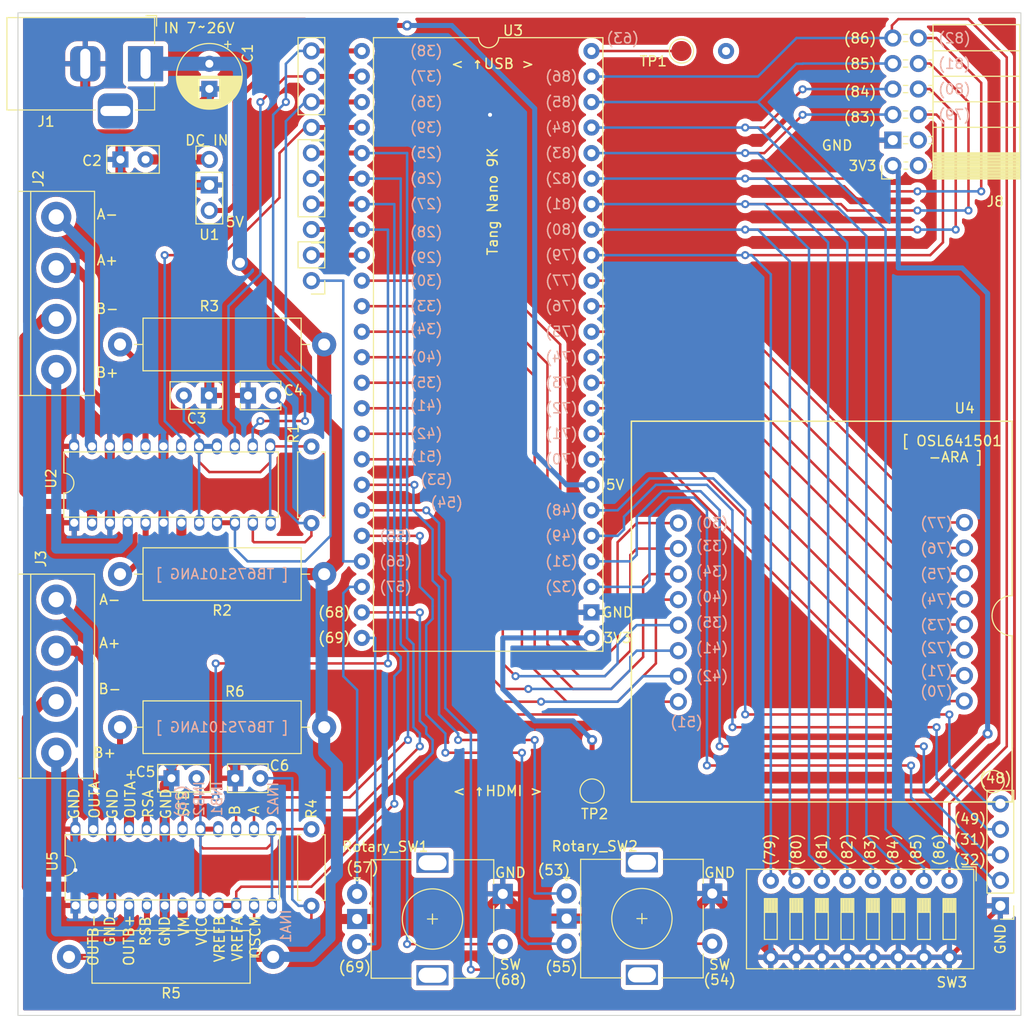
<source format=kicad_pcb>
(kicad_pcb (version 20211014) (generator pcbnew)
  (layers (0 "F.Cu" signal) (31 "B.Cu" signal) (34 "B.Paste" user) (35 "F.Paste" user) (36 "B.SilkS" user "B.Silkscreen") (37 "F.SilkS" user "F.Silkscreen") (38 "B.Mask" user) (39 "F.Mask" user) (44 "Edge.Cuts" user))
  (net 0 "")
  (net 1 "Net-(C1-Pad1)")
  (net 2 "GND")
  (net 3 "Net-(C3-Pad1)")
  (net 4 "Net-(C4-Pad1)")
  (net 5 "Net-(C5-Pad1)")
  (net 6 "Net-(C6-Pad1)")
  (net 7 "Net-(J2-Pad1)")
  (net 8 "Net-(J2-Pad2)")
  (net 9 "Net-(J2-Pad3)")
  (net 10 "Net-(J2-Pad4)")
  (net 11 "Net-(J3-Pad1)")
  (net 12 "Net-(J3-Pad2)")
  (net 13 "Net-(J3-Pad3)")
  (net 14 "Net-(J3-Pad4)")
  (net 15 "/STANBY_1")
  (net 16 "/VREF_1")
  (net 17 "/PHASEB_1")
  (net 18 "/PHASEA_1")
  (net 19 "/STANBY_2")
  (net 20 "/VREF_2")
  (net 21 "/PHASEB_2")
  (net 22 "/PHASEA_2")
  (net 23 "Net-(J6-Pad1)")
  (net 24 "Net-(J6-Pad2)")
  (net 25 "Net-(J7-Pad2)")
  (net 26 "Net-(J7-Pad3)")
  (net 27 "Net-(J7-Pad4)")
  (net 28 "Net-(R5-Pad2)")
  (net 29 "Net-(R6-Pad1)")
  (net 30 "/A_1")
  (net 31 "/B_1")
  (net 32 "Net-(R2-Pad2)")
  (net 33 "/A_2")
  (net 34 "/B_2")
  (net 35 "Net-(R3-Pad1)")
  (net 38 "Net-(TP1-Pad1)")
  (net 39 "+5V")
  (net 40 "Net-(U3-Pad10)")
  (net 41 "Net-(U3-Pad11)")
  (net 42 "Net-(U3-Pad12)")
  (net 43 "Net-(U3-Pad13)")
  (net 44 "Net-(U3-Pad14)")
  (net 45 "Net-(U3-Pad15)")
  (net 46 "Net-(U3-Pad16)")
  (net 47 "Net-(U3-Pad17)")
  (net 48 "Net-(U3-Pad32)")
  (net 49 "Net-(U3-Pad33)")
  (net 50 "Net-(U3-Pad34)")
  (net 51 "Net-(U3-Pad35)")
  (net 52 "Net-(U3-Pad36)")
  (net 53 "Net-(U3-Pad37)")
  (net 54 "Net-(U3-Pad38)")
  (net 55 "Net-(U3-Pad39)")
  (net 56 "Net-(Rotary_SW1-PadS1)")
  (net 57 "Net-(Rotary_SW2-PadS1)")
  (net 58 "+3.3V")
  (net 59 "Net-(J7-Pad5)")
  (net 60 "Net-(J8-Pad5)")
  (net 61 "Net-(J8-Pad6)")
  (net 62 "Net-(J8-Pad7)")
  (net 63 "Net-(J8-Pad8)")
  (net 64 "Net-(J8-Pad9)")
  (net 65 "Net-(J8-Pad10)")
  (net 66 "Net-(J8-Pad11)")
  (net 67 "Net-(J8-Pad12)")
  (footprint "Resistor_THT:R_Axial_DIN0516_L15.5mm_D5.0mm_P20.32mm_Horizontal" (layer "F.Cu") (at 91.44 102.87 180)
    (fp_text reference "R2")
    (fp_text value "0.22")
  )
  (footprint "Resistor_THT:R_Axial_DIN0516_L15.5mm_D5.0mm_P20.32mm_Horizontal" (layer "F.Cu") (at 71.12 80.01)
    (fp_text reference "R3")
    (fp_text value "0.22")
  )
  (footprint "Resistor_THT:R_Axial_DIN0207_L6.3mm_D2.5mm_P7.62mm_Horizontal" (layer "F.Cu") (at 90.17 90.17 -90)
    (fp_text reference "R1")
    (fp_text value "5.1k")
  )
  (footprint "TestPoint:TestPoint_Pad_D2.0mm" (layer "F.Cu") (at 127 50.8)
    (fp_text reference "TP1")
    (fp_text value "TestPoint")
  )
  (footprint "Capacitor_THT:C_Disc_D3.8mm_W2.6mm_P2.50mm" (layer "F.Cu") (at 86.36 85.09 180)
    (fp_text reference "C4")
    (fp_text value "270p")
  )
  (footprint "" (layer "F.Cu") (at 131.445 50.8)
    (fp_text reference "")
    (fp_text value "")
  )
  (footprint "TestPoint:TestPoint_Pad_D2.0mm" (layer "F.Cu") (at 118.11 124.46)
    (fp_text reference "TP2")
    (fp_text value "TestPoint")
  )
  (footprint "Capacitor_THT:CP_Radial_D6.3mm_P2.50mm" (layer "F.Cu") (at 80.01 52.07 -90)
    (fp_text reference "C1")
    (fp_text value "100μ")
  )
  (footprint "Rotary_Encoder:RotaryEncoder_Alps_EC11E-Switch_Vertical_H20mm" (layer "F.Cu") (at 94.72 134.7)
    (fp_text reference "Rotary_SW1")
    (fp_text value "RotaryEncoder")
  )
  (footprint "Motors:TB67S101ANG" (layer "F.Cu") (at 66.557702 97.755 90)
    (fp_text reference "U2")
    (fp_text value "TB67S101ANG")
  )
  (footprint "Capacitor_THT:C_Disc_D3.8mm_W2.6mm_P2.50mm" (layer "F.Cu") (at 85.09 123.19 180)
    (fp_text reference "C6")
    (fp_text value "270p")
  )
  (footprint "Connector_PinHeader_2.54mm:PinHeader_1x03_P2.54mm_Vertical" (layer "F.Cu") (at 80.01 61.595)
    (fp_text reference "U1")
    (fp_text value "BP5293-5")
  )
  (footprint "Resistor_THT:R_Axial_DIN0516_L15.5mm_D5.0mm_P20.32mm_Horizontal" (layer "F.Cu") (at 86.36 140.97 180)
    (fp_text reference "R5")
    (fp_text value "0.22")
  )
  (footprint "Connector_PinHeader_2.54mm:PinHeader_1x05_P2.54mm_Vertical" (layer "F.Cu") (at 158.75 135.89 180)
    (fp_text reference "J7" hide)
    (fp_text value "Reserve_PinHeader" hide)
  )
  (footprint "Motors:TB67S101ANG" (layer "F.Cu") (at 66.687 135.855 90)
    (fp_text reference "U5")
    (fp_text value "TB67S101ANG")
  )
  (footprint "Capacitor_THT:C_Disc_D5.0mm_W2.5mm_P2.50mm" (layer "F.Cu") (at 78.74 123.19 180)
    (fp_text reference "C5")
    (fp_text value "0.1μ")
  )
  (footprint "LED_THT:OSL641501-ARA" (layer "F.Cu") (at 155.12 115.48 180)
    (fp_text reference "U4")
    (fp_text value "OSL641505-BB")
  )
  (footprint "Connector_BarrelJack:BarrelJack_Horizontal" (layer "F.Cu") (at 73.66 52.07)
    (fp_text reference "J1")
    (fp_text value "Jack-DC")
  )
  (footprint "Package_DIP:Tang_Nano_9K" (layer "F.Cu") (at 95.1875 50.8)
    (fp_text reference "U3")
    (fp_text value "TangNano9K")
  )
  (footprint "Capacitor_THT:C_Disc_D5.0mm_W2.5mm_P2.50mm" (layer "F.Cu") (at 73.66 61.595 180)
    (fp_text reference "C2")
    (fp_text value "0.1μ")
  )
  (footprint "Connector_PinHeader_2.54mm:PinHeader_1x04_P2.54mm_Vertical" (layer "F.Cu") (at 90.17 68.57 180)
    (fp_text reference "J5" hide)
    (fp_text value "Reserve" hide)
  )
  (footprint "Resistor_THT:R_Axial_DIN0207_L6.3mm_D2.5mm_P7.62mm_Horizontal" (layer "F.Cu") (at 90.17 128.27 -90)
    (fp_text reference "R4")
    (fp_text value "5.1k")
  )
  (footprint "Connector_PinHeader_2.54mm:PinHeader_1x02_P2.54mm_Vertical" (layer "F.Cu") (at 90.17 73.66 180)
    (fp_text reference "J6" hide)
    (fp_text value "Reserve" hide)
  )
  (footprint "TerminalBlock:TerminalBlock_bornier-4_P5.08mm" (layer "F.Cu") (at 64.77 105.41 -90)
    (fp_text reference "J3")
    (fp_text value "Screw_Terminal_01x04")
  )
  (footprint "Connector_PinHeader_2.54mm:PinHeader_1x04_P2.54mm_Vertical" (layer "F.Cu") (at 90.17 58.41 180)
    (fp_text reference "J4" hide)
    (fp_text value "Reserve" hide)
  )
  (footprint "Connector_PinSocket_2.54mm:PinSocket_2x06_P2.54mm_Horizontal" (layer "F.Cu") (at 148.045 62.205 180)
    (fp_text reference "J8")
    (fp_text value "Pmod")
  )
  (footprint "TerminalBlock:TerminalBlock_bornier-4_P5.08mm" (layer "F.Cu") (at 64.77 67.31 -90)
    (fp_text reference "J2")
    (fp_text value "Screw_Terminal_01x04")
  )
  (footprint "Capacitor_THT:C_Disc_D5.0mm_W2.5mm_P2.50mm" (layer "F.Cu") (at 77.47 85.09)
    (fp_text reference "C3")
    (fp_text value "0.1μ")
  )
  (footprint "Rotary_Encoder:RotaryEncoder_Alps_EC11E-Switch_Vertical_H20mm" (layer "F.Cu") (at 115.57 134.66)
    (fp_text reference "Rotary_SW2")
    (fp_text value "RotaryEncoder")
  )
  (footprint "Button_Switch_THT:SW_DIP_SPSTx08_Slide_9.78x22.5mm_W7.62mm_P2.54mm" (layer "F.Cu") (at 153.68 133.3925 -90)
    (fp_text reference "SW3")
    (fp_text value "SW_DIP_x08")
  )
  (footprint "Resistor_THT:R_Axial_DIN0516_L15.5mm_D5.0mm_P20.32mm_Horizontal" (layer "F.Cu") (at 71.12 118.11)
    (fp_text reference "R6")
    (fp_text value "0.22")
  )
  (gr_rect (start 60.96 46.99) (end 160.79 146.8) (layer "Edge.Cuts") (width 0.1) (fill none))
  (gr_text "(73)" (at 115.062 83.82) (layer "B.SilkS") (effects (font (size 1 1)) (justify mirror)))
  (gr_text "(72)" (at 152.4 110.236) (layer "B.SilkS") (effects (font (size 1 1)) (justify mirror)))
  (gr_text "[ TB67S101ANG ]" (at 81.28 118.11) (layer "B.SilkS") (effects (font (size 1 1)) (justify mirror)))
  (gr_text "(33)" (at 101.6 76.2) (layer "B.SilkS") (effects (font (size 1 1)) (justify mirror)))
  (gr_text "(49)" (at 115.062 99.06) (layer "B.SilkS") (effects (font (size 1 1)) (justify mirror)))
  (gr_text "(77)" (at 115.062 73.66) (layer "B.SilkS") (effects (font (size 1 1)) (justify mirror)))
  (gr_text "(37)" (at 101.6 53.34) (layer "B.SilkS") (effects (font (size 1 1)) (justify mirror)))
  (gr_text "(51)" (at 127.508 117.602) (layer "B.SilkS") (effects (font (size 1 1)) (justify mirror)))
  (gr_text "(30)" (at 130.048 97.79) (layer "B.SilkS") (effects (font (size 1 1)) (justify mirror)))
  (gr_text "[ TB67S101ANG ]" (at 81.28 102.87) (layer "B.SilkS") (effects (font (size 1 1)) (justify mirror)))
  (gr_text "(71)" (at 152.4 112.522) (layer "B.SilkS") (effects (font (size 1 1)) (justify mirror)))
  (gr_text "(53)" (at 102.616 93.472) (layer "B.SilkS") (effects (font (size 1 1)) (justify mirror)))
  (gr_text "(76)" (at 115.062 76.2) (layer "B.SilkS") (effects (font (size 1 1)) (justify mirror)))
  (gr_text "INA1" (at 87.63 137.922 90) (layer "B.SilkS") (effects (font (size 1 1)) (justify mirror)))
  (gr_text "(57)" (at 98.552 104.14) (layer "B.SilkS") (effects (font (size 1 1)) (justify mirror)))
  (gr_text "(56)" (at 98.552 101.6) (layer "B.SilkS") (effects (font (size 1 1)) (justify mirror)))
  (gr_text "(34)" (at 101.6 78.486) (layer "B.SilkS") (effects (font (size 1 1)) (justify mirror)))
  (gr_text "(79)" (at 154.178 57.15) (layer "B.SilkS") (effects (font (size 1 1)) (justify mirror)))
  (gr_text "(70)" (at 152.4 114.554) (layer "B.SilkS") (effects (font (size 1 1)) (justify mirror)))
  (gr_text "(30)" (at 101.6 73.66) (layer "B.SilkS") (effects (font (size 1 1)) (justify mirror)))
  (gr_text "(86)" (at 115.062 53.34) (layer "B.SilkS") (effects (font (size 1 1)) (justify mirror)))
  (gr_text "(75)" (at 115.062 78.74) (layer "B.SilkS") (effects (font (size 1 1)) (justify mirror)))
  (gr_text "(42)" (at 101.6 88.9) (layer "B.SilkS") (effects (font (size 1 1)) (justify mirror)))
  (gr_text "(40)" (at 101.6 81.28) (layer "B.SilkS") (effects (font (size 1 1)) (justify mirror)))
  (gr_text "(51)" (at 101.6 91.186) (layer "B.SilkS") (effects (font (size 1 1)) (justify mirror)))
  (gr_text "(48)" (at 115.062 96.52) (layer "B.SilkS") (effects (font (size 1 1)) (justify mirror)))
  (gr_text "(42)" (at 130.048 113.03) (layer "B.SilkS") (effects (font (size 1 1)) (justify mirror)))
  (gr_text "(80)" (at 115.062 68.58) (layer "B.SilkS") (effects (font (size 1 1)) (justify mirror)))
  (gr_text "(35)" (at 130.048 107.696) (layer "B.SilkS") (effects (font (size 1 1)) (justify mirror)))
  (gr_text "(74)" (at 115.062 81.28) (layer "B.SilkS") (effects (font (size 1 1)) (justify mirror)))
  (gr_text "(39)" (at 101.6 58.42) (layer "B.SilkS") (effects (font (size 1 1)) (justify mirror)))
  (gr_text "(40)" (at 130.048 105.156) (layer "B.SilkS") (effects (font (size 1 1)) (justify mirror)))
  (gr_text "(41)" (at 130.048 110.236) (layer "B.SilkS") (effects (font (size 1 1)) (justify mirror)))
  (gr_text "(85)" (at 115.062 55.88) (layer "B.SilkS") (effects (font (size 1 1)) (justify mirror)))
  (gr_text "(82)" (at 154.178 49.53) (layer "B.SilkS") (effects (font (size 1 1)) (justify mirror)))
  (gr_text "(74)" (at 152.4 105.41) (layer "B.SilkS") (effects (font (size 1 1)) (justify mirror)))
  (gr_text "(35)" (at 101.6 83.82) (layer "B.SilkS") (effects (font (size 1 1)) (justify mirror)))
  (gr_text "(73)" (at 152.4 107.95) (layer "B.SilkS") (effects (font (size 1 1)) (justify mirror)))
  (gr_text "(81)" (at 115.062 66.04) (layer "B.SilkS") (effects (font (size 1 1)) (justify mirror)))
  (gr_text "(33)" (at 130.048 100.076) (layer "B.SilkS") (effects (font (size 1 1)) (justify mirror)))
  (gr_text "INB2" (at 78.994 125.222 90) (layer "B.SilkS") (effects (font (size 1 1)) (justify mirror)))
  (gr_text "(27)" (at 101.6 66.04) (layer "B.SilkS") (effects (font (size 1 1)) (justify mirror)))
  (gr_text "(55)" (at 98.552 99.06) (layer "B.SilkS") (effects (font (size 1 1)) (justify mirror)))
  (gr_text "(84)" (at 115.062 58.42) (layer "B.SilkS") (effects (font (size 1 1)) (justify mirror)))
  (gr_text "(25)" (at 101.6 60.96) (layer "B.SilkS") (effects (font (size 1 1)) (justify mirror)))
  (gr_text "(70)" (at 115.062 91.44) (layer "B.SilkS") (effects (font (size 1 1)) (justify mirror)))
  (gr_text "(28)" (at 101.6 68.834) (layer "B.SilkS") (effects (font (size 1 1)) (justify mirror)))
  (gr_text "INA2" (at 86.36 125.222 90) (layer "B.SilkS") (effects (font (size 1 1)) (justify mirror)))
  (gr_text "(63)" (at 121.158 49.53) (layer "B.SilkS") (effects (font (size 1 1)) (justify mirror)))
  (gr_text "(28)" (at 77.216 125.476 90) (layer "B.SilkS") (effects (font (size 1 1)) (justify mirror)))
  (gr_text "(34)" (at 130.048 102.616) (layer "B.SilkS") (effects (font (size 1 1)) (justify mirror)))
  (gr_text "(31)" (at 115.062 101.6) (layer "B.SilkS") (effects (font (size 1 1)) (justify mirror)))
  (gr_text "(79)" (at 115.062 71.12) (layer "B.SilkS") (effects (font (size 1 1)) (justify mirror)))
  (gr_text "(83)" (at 115.062 60.96) (layer "B.SilkS") (effects (font (size 1 1)) (justify mirror)))
  (gr_text "(76)" (at 152.4 100.33) (layer "B.SilkS") (effects (font (size 1 1)) (justify mirror)))
  (gr_text "(71)" (at 115.062 88.9) (layer "B.SilkS") (effects (font (size 1 1)) (justify mirror)))
  (gr_text "(29)" (at 101.6 71.374) (layer "B.SilkS") (effects (font (size 1 1)) (justify mirror)))
  (gr_text "(54)" (at 103.632 95.758) (layer "B.SilkS") (effects (font (size 1 1)) (justify mirror)))
  (gr_text "(82)" (at 115.062 63.5) (layer "B.SilkS") (effects (font (size 1 1)) (justify mirror)))
  (gr_text "(41)" (at 101.6 86.106) (layer "B.SilkS") (effects (font (size 1 1)) (justify mirror)))
  (gr_text "INB1" (at 80.772 125.222 90) (layer "B.SilkS") (effects (font (size 1 1)) (justify mirror)))
  (gr_text "(72)" (at 115.062 86.36) (layer "B.SilkS") (effects (font (size 1 1)) (justify mirror)))
  (gr_text "(38)" (at 101.6 50.8) (layer "B.SilkS") (effects (font (size 1 1)) (justify mirror)))
  (gr_text "(77)" (at 152.4 97.79) (layer "B.SilkS") (effects (font (size 1 1)) (justify mirror)))
  (gr_text "(75)" (at 152.4 102.87) (layer "B.SilkS") (effects (font (size 1 1)) (justify mirror)))
  (gr_text "(81)" (at 154.178 52.07) (layer "B.SilkS") (effects (font (size 1 1)) (justify mirror)))
  (gr_text "(26)" (at 101.6 63.5) (layer "B.SilkS") (effects (font (size 1 1)) (justify mirror)))
  (gr_text "(80)" (at 154.178 54.61) (layer "B.SilkS") (effects (font (size 1 1)) (justify mirror)))
  (gr_text "(32)" (at 115.062 104.14) (layer "B.SilkS") (effects (font (size 1 1)) (justify mirror)))
  (gr_text "(36)" (at 101.6 55.88) (layer "B.SilkS") (effects (font (size 1 1)) (justify mirror)))
  (gr_text "GND" (at 70.104 138.43 90) (layer "F.SilkS") (effects (font (size 1 1))))
  (gr_text "SW" (at 130.81 141.732) (layer "F.SilkS") (effects (font (size 1 1))))
  (gr_text "GND" (at 142.494 60.198) (layer "F.SilkS") (effects (font (size 1 1))))
  (gr_text "(84)" (at 144.78 54.864) (layer "F.SilkS") (effects (font (size 1 1))))
  (gr_text "A-" (at 70.104 105.41) (layer "F.SilkS") (effects (font (size 1 1))))
  (gr_text "(86)" (at 152.654 130.302 90) (layer "F.SilkS") (effects (font (size 1 1))))
  (gr_text "(55)" (at 115.062 141.986) (layer "F.SilkS") (effects (font (size 1 1))))
  (gr_text "B-" (at 70.104 114.3) (layer "F.SilkS") (effects (font (size 1 1))))
  (gr_text "GND" (at 70.358 125.73 90) (layer "F.SilkS") (effects (font (size 1 1))))
  (gr_text "GND" (at 130.81 132.588) (layer "F.SilkS") (effects (font (size 1 1))))
  (gr_text "GND" (at 158.75 139.192 90) (layer "F.SilkS") (effects (font (size 1 1))))
  (gr_text "(53)" (at 114.3 132.334) (layer "F.SilkS") (effects (font (size 1 1))))
  (gr_text "(57)" (at 95.25 132.08) (layer "F.SilkS") (effects (font (size 1 1))))
  (gr_text "RSA" (at 73.914 125.73 90) (layer "F.SilkS") (effects (font (size 1 1))))
  (gr_text "VCC" (at 79.248 138.43 90) (layer "F.SilkS") (effects (font (size 1 1))))
  (gr_text "(80)" (at 138.43 130.302 90) (layer "F.SilkS") (effects (font (size 1 1))))
  (gr_text "(86)" (at 144.78 49.53) (layer "F.SilkS") (effects (font (size 1 1))))
  (gr_text "(83)" (at 144.78 57.404) (layer "F.SilkS") (effects (font (size 1 1))))
  (gr_text "OUTB-" (at 68.453 139.319 90) (layer "F.SilkS") (effects (font (size 1 1))))
  (gr_text "OUTA+" (at 72.136 124.714 90) (layer "F.SilkS") (effects (font (size 1 1))))
  (gr_text "STB" (at 77.47 125.73 90) (layer "F.SilkS") (effects (font (size 1 1))))
  (gr_text "GND" (at 109.982 132.588) (layer "F.SilkS") (effects (font (size 1 1))))
  (gr_text "SW" (at 109.982 141.732) (layer "F.SilkS") (effects (font (size 1 1))))
  (gr_text "(49)" (at 155.702 127.254) (layer "F.SilkS") (effects (font (size 1 1))))
  (gr_text "VM" (at 77.47 137.922 90) (layer "F.SilkS") (effects (font (size 1 1))))
  (gr_text "(79)" (at 135.815 130.302 90) (layer "F.SilkS") (effects (font (size 1 1))))
  (gr_text "(32)" (at 155.702 131.318) (layer "F.SilkS") (effects (font (size 1 1))))
  (gr_text "(81)" (at 140.97 130.302 90) (layer "F.SilkS") (effects (font (size 1 1))))
  (gr_text "GND" (at 75.565 138.43 90) (layer "F.SilkS") (effects (font (size 1 1))))
  (gr_text "[ OSL641501\n -ARA ]" (at 153.924 90.424) (layer "F.SilkS") (effects (font (size 1 1))))
  (gr_text "B+" (at 69.596 120.65) (layer "F.SilkS") (effects (font (size 1 1))))
  (gr_text "(69)" (at 92.456 109.22) (layer "F.SilkS") (effects (font (size 1 1))))
  (gr_text "(82)" (at 143.51 130.302 90) (layer "F.SilkS") (effects (font (size 1 1))))
  (gr_text "A" (at 84.455 126.365 90) (layer "F.SilkS") (effects (font (size 1 1))))
  (gr_text "3V3" (at 120.65 109.22) (layer "F.SilkS") (effects (font (size 1 1))))
  (gr_text "GND" (at 120.65 106.68) (layer "F.SilkS") (effects (font (size 1 1))))
  (gr_text "(84)" (at 148.082 130.302 90) (layer "F.SilkS") (effects (font (size 1 1))))
  (gr_text "(31)" (at 155.702 129.286) (layer "F.SilkS") (effects (font (size 1 1))))
  (gr_text "OUTA-" (at 68.58 124.714 90) (layer "F.SilkS") (effects (font (size 1 1))))
  (gr_text "(83)" (at 145.796 130.302 90) (layer "F.SilkS") (effects (font (size 1 1))))
  (gr_text "(48)" (at 158.242 123.19) (layer "F.SilkS") (effects (font (size 1 1))))
  (gr_text "(85)" (at 150.368 130.302 90) (layer "F.SilkS") (effects (font (size 1 1))))
  (gr_text "DC IN" (at 79.756 59.69) (layer "F.SilkS") (effects (font (size 1 1))))
  (gr_text "IN 7～26V" (at 78.994 48.514) (layer "F.SilkS") (effects (font (size 1 1))))
  (gr_text "3V3" (at 145.034 62.23) (layer "F.SilkS") (effects (font (size 1 1))))
  (gr_text "(68)" (at 109.982 143.256) (layer "F.SilkS") (effects (font (size 1 1))))
  (gr_text "B-" (at 69.85 76.454) (layer "F.SilkS") (effects (font (size 1 1))))
  (gr_text "A-" (at 69.85 67.056) (layer "F.SilkS") (effects (font (size 1 1))))
  (gr_text "Tang Nano 9K" (at 108.204 65.786 90) (layer "F.SilkS") (effects (font (size 1 1))))
  (gr_text "RSB" (at 73.66 138.43 90) (layer "F.SilkS") (effects (font (size 1 1))))
  (gr_text "GND" (at 75.692 125.73 90) (layer "F.SilkS") (effects (font (size 1 1))))
  (gr_text "A+" (at 69.85 71.628) (layer "F.SilkS") (effects (font (size 1 1))))
  (gr_text "5V" (at 82.55 67.818) (layer "F.SilkS") (effects (font (size 1 1))))
  (gr_text "(54)" (at 130.81 143.256) (layer "F.SilkS") (effects (font (size 1 1))))
  (gr_text "5V" (at 120.396 93.98) (layer "F.SilkS") (effects (font (size 1 1))))
  (gr_text "< ↑USB >" (at 108.204 52.07) (layer "F.SilkS") (effects (font (size 1 1))))
  (gr_text "GND" (at 66.548 125.73 90) (layer "F.SilkS") (effects (font (size 1 1))))
  (gr_text "OSCM" (at 84.582 138.938 90) (layer "F.SilkS") (effects (font (size 1 1))))
  (gr_text "VREFA" (at 82.804 139.192 90) (layer "F.SilkS") (effects (font (size 1 1))))
  (gr_text "(85)" (at 144.78 52.07) (layer "F.SilkS") (effects (font (size 1 1))))
  (gr_text "VREFB" (at 81.026 139.192 90) (layer "F.SilkS") (effects (font (size 1 1))))
  (gr_text "OUTB+" (at 72.009 139.319 90) (layer "F.SilkS") (effects (font (size 1 1))))
  (gr_text "B" (at 82.55 126.365 90) (layer "F.SilkS") (effects (font (size 1 1))))
  (gr_text "B+" (at 69.85 82.804) (layer "F.SilkS") (effects (font (size 1 1))))
  (gr_text "(69)" (at 94.488 141.986) (layer "F.SilkS") (effects (font (size 1 1))))
  (gr_text "< ↑HDMI >" (at 108.712 124.46) (layer "F.SilkS") (effects (font (size 1 1))))
  (gr_text "A+" (at 70.104 109.728) (layer "F.SilkS") (effects (font (size 1 1))))
  (gr_text "(68)" (at 92.456 106.68) (layer "F.SilkS") (effects (font (size 1 1))))
  (segment (start 92.71 88.9) (end 92.71 101.6) (width 1.4) (layer "F.Cu") (net 1))
  (segment (start 77.47 102.87) (end 77.225702 102.625702) (width 1) (layer "F.Cu") (net 1))
  (segment (start 91.44 87.63) (end 92.71 88.9) (width 1.4) (layer "F.Cu") (net 1))
  (segment (start 91.44 80.01) (end 91.44 87.63) (width 1.4) (layer "F.Cu") (net 1))
  (segment (start 77.47 140.97) (end 77.355 140.855) (width 0.5) (layer "F.Cu") (net 1))
  (segment (start 77.355 140.855) (end 77.355 135.855) (width 1) (layer "F.Cu") (net 1))
  (segment (start 92.71 101.6) (end 91.44 102.87) (width 1.4) (layer "F.Cu") (net 1))
  (segment (start 91.44 80.01) (end 83.312 71.882) (width 1.4) (layer "F.Cu") (net 1))
  (segment (start 91.44 102.87) (end 77.47 102.87) (width 1.2) (layer "F.Cu") (net 1))
  (segment (start 83.312 71.882) (end 83.058 71.882) (width 1) (layer "F.Cu") (net 1))
  (segment (start 73.66 61.595) (end 80.01 61.595) (width 1) (layer "F.Cu") (net 1))
  (segment (start 77.225702 102.625702) (end 77.225702 97.755) (width 1) (layer "F.Cu") (net 1))
  (segment (start 86.36 140.97) (end 77.47 140.97) (width 1) (layer "F.Cu") (net 1))
  (via (at 83.058 71.882) (size 1.6) (drill 1) (layers "F.Cu" "B.Cu") (net 1))
  (segment (start 92.71 121.92) (end 92.71 132.715) (width 1.2) (layer "B.Cu") (net 1))
  (segment (start 82.55 52.07) (end 80.01 52.07) (width 1.4) (layer "B.Cu") (net 1))
  (segment (start 92.075 133.35) (end 92.075 139.065) (width 1) (layer "B.Cu") (net 1))
  (segment (start 92.075 139.065) (end 90.17 140.97) (width 1) (layer "B.Cu") (net 1))
  (segment (start 83.058 52.578) (end 82.55 52.07) (width 1.4) (layer "B.Cu") (net 1))
  (segment (start 73.66 52.07) (end 80.01 52.07) (width 1.4) (layer "B.Cu") (net 1))
  (segment (start 83.058 71.882) (end 83.058 52.578) (width 1.4) (layer "B.Cu") (net 1))
  (segment (start 92.71 132.715) (end 92.075 133.35) (width 1.2) (layer "B.Cu") (net 1))
  (segment (start 91.44 120.65) (end 92.71 121.92) (width 1.2) (layer "B.Cu") (net 1))
  (segment (start 91.186 117.856) (end 91.186 103.124) (width 1.2) (layer "B.Cu") (net 1))
  (segment (start 91.44 118.11) (end 91.186 117.856) (width 1) (layer "B.Cu") (net 1))
  (segment (start 91.44 102.87) (end 92.12472 102.18528) (width 0.5) (layer "B.Cu") (net 1))
  (segment (start 90.17 140.97) (end 86.36 140.97) (width 1) (layer "B.Cu") (net 1))
  (segment (start 91.186 103.124) (end 91.44 102.87) (width 1) (layer "B.Cu") (net 1))
  (segment (start 91.44 118.11) (end 91.44 120.65) (width 1.2) (layer "B.Cu") (net 1))
  (segment (start 92.075 118.745) (end 91.44 118.11) (width 0.5) (layer "B.Cu") (net 1))
  (segment (start 66.545702 91.945702) (end 66.545702 90.155) (width 1) (layer "F.Cu") (net 2))
  (segment (start 75.565 143.51) (end 91.567 143.51) (width 1) (layer "F.Cu") (net 2))
  (segment (start 79.97 85.09) (end 83.86 85.09) (width 0.5) (layer "F.Cu") (net 2))
  (segment (start 74.93 133.35) (end 75.565 133.985) (width 1) (layer "F.Cu") (net 2))
  (segment (start 76.24 123.19) (end 76.24 121.88) (width 1) (layer "F.Cu") (net 2))
  (segment (start 72.898 74.168) (end 72.898 68.834) (width 1) (layer "F.Cu") (net 2))
  (segment (start 75.565 128.255) (end 75.565 123.865) (width 1) (layer "F.Cu") (net 2))
  (segment (start 71.16 62.905) (end 72.39 64.135) (width 1) (layer "F.Cu") (net 2))
  (segment (start 74.93 130.81) (end 75.565 130.175) (width 1) (layer "F.Cu") (net 2))
  (segment (start 66.675 132.334) (end 70.104 132.334) (width 1) (layer "F.Cu") (net 2))
  (segment (start 75.577 135.855) (end 75.577 128.267) (width 1) (layer "F.Cu") (net 2))
  (segment (start 72.39 64.135) (end 77.47 64.135) (width 1) (layer "F.Cu") (net 2))
  (segment (start 92.71 137.16) (end 92.75 137.2) (width 0.5) (layer "F.Cu") (net 2))
  (segment (start 75.447702 96.402702) (end 75.447702 92.592702) (width 1) (layer "F.Cu") (net 2))
  (segment (start 75.577 143.498) (end 75.565 143.51) (width 0.5) (layer "F.Cu") (net 2))
  (segment (start 75.435702 90.155) (end 75.435702 83.314298) (width 1) (layer "F.Cu") (net 2))
  (segment (start 91.567 138.303) (end 92.71 137.16) (width 1) (layer "F.Cu") (net 2))
  (segment (start 70.993 95.377) (end 74.422 95.377) (width 1) (layer "F.Cu") (net 2))
  (segment (start 71.16 61.595) (end 71.16 62.905) (width 1) (layer "F.Cu") (net 2))
  (segment (start 70.101702 90.155) (end 70.101702 92.458298) (width 1) (layer "F.Cu") (net 2))
  (segment (start 75.435702 83.314298) (end 75.438 83.312) (width 1) (layer "F.Cu") (net 2))
  (segment (start 111.68 137.16) (end 115.57 137.16) (width 1) (layer "F.Cu") (net 2))
  (segment (start 75.438 76.708) (end 72.898 74.168) (width 1) (layer "F.Cu") (net 2))
  (segment (start 71.12 133.35) (end 74.93 133.35) (width 1) (layer "F.Cu") (net 2))
  (segment (start 75.438 80.772) (end 75.438 76.708) (width 1) (layer "F.Cu") (net 2))
  (segment (start 75.447702 97.755) (end 75.447702 96.402702) (width 1) (layer "F.Cu") (net 2))
  (segment (start 80.01 85.05) (end 79.97 85.09) (width 0.5) (layer "F.Cu") (net 2))
  (segment (start 77.47 64.135) (end 80.01 64.135) (width 1) (layer "F.Cu") (net 2))
  (segment (start 69.967298 92.592702) (end 67.192702 92.592702) (width 1) (layer "F.Cu") (net 2))
  (segment (start 75.577 135.855) (end 75.577 143.498) (width 1) (layer "F.Cu") (net 2))
  (segment (start 70.243 134.227) (end 71.12 133.35) (width 1) (layer "F.Cu") (net 2))
  (segment (start 67.66 58.77) (end 67.985 59.095) (width 1) (layer "F.Cu") (net 2))
  (segment (start 115.57 137.16) (end 127.57 137.16) (width 1) (layer "F.Cu") (net 2))
  (segment (start 66.675 128.255) (end 66.675 129.54) (width 1) (layer "F.Cu") (net 2))
  (segment (start 74.422 95.377) (end 75.447702 96.402702) (width 1) (layer "F.Cu") (net 2))
  (segment (start 70.113702 97.755) (end 70.113702 96.256298) (width 1) (layer "F.Cu") (net 2))
  (segment (start 75.946 81.28) (end 75.438 80.772) (width 1) (layer "F.Cu") (net 2))
  (segment (start 66.675 129.54) (end 67.945 130.81) (width 1) (layer "F.Cu") (net 2))
  (segment (start 130.07 134.66) (end 135.9 140.49) (width 1) (layer "F.Cu") (net 2))
  (segment (start 135.9 141.0125) (end 153.68 141.0125) (width 0.5) (layer "F.Cu") (net 2))
  (segment (start 73.152 68.58) (end 77.47 68.58) (width 1) (layer "F.Cu") (net 2))
  (segment (start 116.84 48.26) (end 141.478 48.26) (width 0.5) (layer "F.Cu") (net 2))
  (segment (start 75.447702 90.167) (end 75.435702 90.155) (width 0.5) (layer "F.Cu") (net 2))
  (segment (start 106.72 137.2) (end 109.22 134.7) (width 1) (layer "F.Cu") (net 2))
  (segment (start 80.01 55.285) (end 80.01 54.57) (width 0.25) (layer "F.Cu") (net 2))
  (segment (start 109.22 134.7) (end 111.68 137.16) (width 1) (layer "F.Cu") (net 2))
  (segment (start 73.065 59.095) (end 76.2 59.095) (width 1) (layer "F.Cu") (net 2))
  (segment (start 77.597 120.523) (end 81.153 120.523) (width 1) (layer "F.Cu") (net 2))
  (segment (start 70.101702 92.458298) (end 69.967298 92.592702) (width 0.25) (layer "F.Cu") (net 2))
  (segment (start 153.68 141.0125) (end 158.75 135.9425) (width 0.5) (layer "F.Cu") (net 2))
  (segment (start 107.95 57.15) (end 116.84 48.26) (width 0.5) (layer "F.Cu") (net 2))
  (segment (start 70.104 132.334) (end 71.12 133.35) (width 1) (layer "F.Cu") (net 2))
  (segment (start 67.985 59.095) (end 71.08 59.095) (width 1) (layer "F.Cu") (net 2))
  (segment (start 82.59 121.96) (end 82.59 123.19) (width 1) (layer "F.Cu") (net 2))
  (segment (start 141.478 56.388) (end 144.78 59.69) (width 0.5) (layer "F.Cu") (net 2))
  (segment (start 72.898 68.834) (end 73.152 68.58) (width 1) (layer "F.Cu") (net 2))
  (segment (start 70.231 128.255) (end 70.231 130.556) (width 1) (layer "F.Cu") (net 2))
  (segment (start 67.945 130.81) (end 70.485 130.81) (width 1) (layer "F.Cu") (net 2))
  (segment (start 94.72 137.2) (end 106.72 137.2) (width 1) (layer "F.Cu") (net 2))
  (segment (start 75.447702 92.592702) (end 75.447702 90.167) (width 1) (layer "F.Cu") (net 2))
  (segment (start 70.231 130.556) (end 70.485 130.81) (width 0.25) (layer "F.Cu") (net 2))
  (segment (start 77.47 64.135) (end 77.47 68.58) (width 1) (layer "F.Cu") (net 2))
  (segment (start 72.43 59.095) (end 73.065 59.095) (width 1) (layer "F.Cu") (net 2))
  (segment (start 75.565 123.865) (end 76.24 123.19) (width 0.5) (layer "F.Cu") (net 2))
  (segment (start 144.805 59.665) (end 148.045 59.665) (width 0.5) (layer "F.Cu") (net 2))
  (segment (start 135.9 140.49) (end 135.9 141.0125) (width 0.5) (layer "F.Cu") (net 2))
  (segment (start 141.478 48.26) (end 141.478 56.388) (width 0.5) (layer "F.Cu") (net 2))
  (segment (start 76.2 59.095) (end 80.01 55.285) (width 1) (layer "F.Cu") (net 2))
  (segment (start 127.57 137.16) (end 130.07 134.66) (width 1) (layer "F.Cu") (net 2))
  (segment (start 71.08 59.095) (end 72.43 59.095) (width 1) (layer "F.Cu") (net 2))
  (segment (start 75.565 133.985) (end 75.577 133.997) (width 0.25) (layer "F.Cu") (net 2))
  (segment (start 81.153 120.523) (end 82.59 121.96) (width 1) (layer "F.Cu") (net 2))
  (segment (start 71.16 61.595) (end 71.16 59.175) (width 1) (layer "F.Cu") (net 2))
  (segment (start 75.577 133.997) (end 75.577 135.855) (width 1) (layer "F.Cu") (net 2))
  (segment (start 80.01 81.915) (end 79.375 81.28) (width 1) (layer "F.Cu") (net 2))
  (segment (start 158.75 135.9425) (end 158.75 135.89) (width 0.5) (layer "F.Cu") (net 2))
  (segment (start 92.75 137.2) (end 94.72 137.2) (width 1) (layer "F.Cu") (net 2))
  (segment (start 70.243 135.855) (end 70.243 134.227) (width 1) (layer "F.Cu") (net 2))
  (segment (start 75.438 83.312) (end 75.438 80.772) (width 1) (layer "F.Cu") (net 2))
  (segment (start 79.375 81.28) (end 75.946 81.28) (width 1) (layer "F.Cu") (net 2))
  (segment (start 91.567 143.51) (end 91.567 138.303) (width 1) (layer "F.Cu") (net 2))
  (segment (start 71.16 59.175) (end 71.08 59.095) (width 0.25) (layer "F.Cu") (net 2))
  (segment (start 144.78 59.69) (end 144.805 59.665) (width 0.5) (layer "F.Cu") (net 2))
  (segment (start 67.66 52.07) (end 67.66 58.77) (width 1) (layer "F.Cu") (net 2))
  (segment (start 75.447702 92.592702) (end 69.967298 92.592702) (width 1) (layer "F.Cu") (net 2))
  (segment (start 67.192702 92.592702) (end 66.545702 91.945702) (width 1) (layer "F.Cu") (net 2))
  (segment (start 75.565 130.175) (end 75.565 128.255) (width 1) (layer "F.Cu") (net 2))
  (segment (start 70.485 130.81) (end 74.93 130.81) (width 1) (layer "F.Cu") (net 2))
  (segment (start 75.577 128.267) (end 75.565 128.255) (width 0.5) (layer "F.Cu") (net 2))
  (segment (start 80.01 85.05) (end 80.01 81.915) (width 1) (layer "F.Cu") (net 2))
  (segment (start 70.113702 96.256298) (end 70.993 95.377) (width 1) (layer "F.Cu") (net 2))
  (segment (start 76.24 121.88) (end 77.597 120.523) (width 1) (layer "F.Cu") (net 2))
  (via (at 66.675 132.334) (size 0.8) (drill 0.4) (layers "F.Cu" "B.Cu") (net 2))
  (via (at 107.95 57.15) (size 0.8) (drill 0.4) (layers "F.Cu" "B.Cu") (net 2))
  (segment (start 76.24 123.19) (end 76.24 121.96) (width 0.5) (layer "B.Cu") (net 2))
  (segment (start 66.557702 90.167) (end 66.545702 90.155) (width 0.25) (layer "B.Cu") (net 2))
  (segment (start 79.97 64.175) (end 80.01 64.135) (width 0.25) (layer "B.Cu") (net 2))
  (segment (start 109.22 134.7) (end 109.22 132.715) (width 0.5) (layer "B.Cu") (net 2))
  (segment (start 109.22 132.715) (end 107.95 131.445) (width 0.5) (layer "B.Cu") (net 2))
  (segment (start 75.447702 121.167702) (end 75.447702 97.755) (width 1) (layer "B.Cu") (net 2))
  (segment (start 107.95 106.68) (end 118.0475 106.68) (width 0.5) (layer "B.Cu") (net 2))
  (segment (start 76.24 121.96) (end 75.447702 121.167702) (width 1) (layer "B.Cu") (net 2))
  (segment (start 66.687 135.855) (end 66.687 132.346) (width 1) (layer "B.Cu") (net 2))
  (segment (start 66.557702 97.755) (end 66.557702 90.167) (width 1) (layer "B.Cu") (net 2))
  (segment (start 107.95 106.68) (end 107.95 57.15) (width 0.5) (layer "B.Cu") (net 2))
  (segment (start 66.687 132.346) (end 66.675 132.334) (width 0.25) (layer "B.Cu") (net 2))
  (segment (start 107.95 131.445) (end 107.95 106.68) (width 0.5) (layer "B.Cu") (net 2))
  (segment (start 90.155 90.155) (end 90.17 90.17) (width 0.25) (layer "F.Cu") (net 3))
  (segment (start 86.065702 90.155) (end 90.155 90.155) (width 0.25) (layer "F.Cu") (net 3))
  (segment (start 80.01 92.71) (end 85.09 92.71) (width 0.25) (layer "F.Cu") (net 3))
  (segment (start 85.09 92.71) (end 86.065702 91.734298) (width 0.25) (layer "F.Cu") (net 3))
  (segment (start 78.991702 90.155) (end 78.991702 91.691702) (width 0.25) (layer "F.Cu") (net 3))
  (segment (start 78.991702 91.691702) (end 80.01 92.71) (width 0.25) (layer "F.Cu") (net 3))
  (segment (start 86.065702 91.734298) (end 86.065702 90.155) (width 0.25) (layer "F.Cu") (net 3))
  (segment (start 78.991702 97.743) (end 79.003702 97.755) (width 0.25) (layer "B.Cu") (net 3))
  (segment (start 78.991702 89.151702) (end 77.47 87.63) (width 0.25) (layer "B.Cu") (net 3))
  (segment (start 78.991702 90.155) (end 78.991702 97.743) (width 0.25) (layer "B.Cu") (net 3))
  (segment (start 78.991702 90.155) (end 78.991702 89.151702) (width 0.25) (layer "B.Cu") (net 3))
  (segment (start 78.991702 90.155) (end 80.769702 90.155) (width 0.5) (layer "B.Cu") (net 3))
  (segment (start 86.065702 90.155) (end 86.065702 97.705) (width 0.25) (layer "B.Cu") (net 3))
  (segment (start 77.47 87.63) (end 77.47 85.09) (width 0.25) (layer "B.Cu") (net 3))
  (segment (start 86.065702 97.705) (end 86.115702 97.755) (width 0.25) (layer "B.Cu") (net 3))
  (segment (start 90.17 99.06) (end 90.17 97.79) (width 0.25) (layer "F.Cu") (net 4))
  (segment (start 84.455 99.695) (end 89.535 99.695) (width 0.25) (layer "F.Cu") (net 4))
  (segment (start 84.337702 97.755) (end 84.337702 99.577702) (width 0.25) (layer "F.Cu") (net 4))
  (segment (start 89.535 99.695) (end 90.17 99.06) (width 0.25) (layer "F.Cu") (net 4))
  (segment (start 84.337702 99.577702) (end 84.455 99.695) (width 0.25) (layer "F.Cu") (net 4))
  (segment (start 87.63 96.52) (end 87.63 86.36) (width 0.25) (layer "B.Cu") (net 4))
  (segment (start 88.9 97.79) (end 87.63 96.52) (width 0.25) (layer "B.Cu") (net 4))
  (segment (start 87.63 86.36) (end 86.36 85.09) (width 0.25) (layer "B.Cu") (net 4))
  (segment (start 90.17 97.79) (end 88.9 97.79) (width 0.25) (layer "B.Cu") (net 4))
  (segment (start 86.195 129.705) (end 86.195 128.255) (width 0.25) (layer "F.Cu") (net 5))
  (segment (start 90.155 128.255) (end 90.17 128.27) (width 0.25) (layer "F.Cu") (net 5))
  (segment (start 85.725 130.175) (end 86.195 129.705) (width 0.25) (layer "F.Cu") (net 5))
  (segment (start 79.121 129.921) (end 79.375 130.175) (width 0.25) (layer "F.Cu") (net 5))
  (segment (start 79.375 130.175) (end 85.725 130.175) (width 0.25) (layer "F.Cu") (net 5))
  (segment (start 86.195 128.255) (end 90.155 128.255) (width 0.25) (layer "F.Cu") (net 5))
  (segment (start 79.121 128.255) (end 80.899 128.255) (width 0.5) (layer "F.Cu") (net 5))
  (segment (start 79.121 128.255) (end 79.121 129.921) (width 0.25) (layer "F.Cu") (net 5))
  (segment (start 86.245 128.305) (end 86.195 128.255) (width 0.25) (layer "B.Cu") (net 5))
  (segment (start 79.133 135.855) (end 79.133 128.267) (width 0.25) (layer "B.Cu") (net 5))
  (segment (start 79.121 128.255) (end 79.121 123.571) (width 0.25) (layer "B.Cu") (net 5))
  (segment (start 79.133 128.267) (end 79.121 128.255) (width 0.25) (layer "B.Cu") (net 5))
  (segment (start 86.245 135.855) (end 86.245 128.305) (width 0.25) (layer "B.Cu") (net 5))
  (segment (start 79.121 123.571) (end 78.74 123.19) (width 0.25) (layer "B.Cu") (net 5))
  (segment (start 84.455 138.43) (end 84.467 138.418) (width 0.25) (layer "F.Cu") (net 6))
  (segment (start 90.17 135.89) (end 90.17 137.16) (width 0.25) (layer "F.Cu") (net 6))
  (segment (start 90.17 137.16) (end 88.9 138.43) (width 0.25) (layer "F.Cu") (net 6))
  (segment (start 84.467 138.418) (end 84.467 135.855) (width 0.25) (layer "F.Cu") (net 6))
  (segment (start 88.9 138.43) (end 84.455 138.43) (width 0.25) (layer "F.Cu") (net 6))
  (segment (start 88.9 135.89) (end 88.265 135.255) (width 0.25) (layer "B.Cu") (net 6))
  (segment (start 88.265 123.19) (end 85.09 123.19) (width 0.25) (layer "B.Cu") (net 6))
  (segment (start 90.17 135.89) (end 88.9 135.89) (width 0.25) (layer "B.Cu") (net 6))
  (segment (start 88.265 135.255) (end 88.265 123.19) (width 0.25) (layer "B.Cu") (net 6))
  (segment (start 68.114835 70.654835) (end 64.77 67.31) (width 1) (layer "B.Cu") (net 7))
  (segment (start 68.114835 89.946133) (end 68.114835 70.654835) (width 1) (layer "B.Cu") (net 7))
  (segment (start 68.323702 90.155) (end 68.114835 89.946133) (width 1) (layer "B.Cu") (net 7))
  (segment (start 71.879702 90.155) (end 71.879702 88.389702) (width 1) (layer "F.Cu") (net 8))
  (segment (start 71.879702 88.389702) (end 67.945 84.455) (width 1) (layer "F.Cu") (net 8))
  (segment (start 66.675 72.39) (end 64.77 72.39) (width 1) (layer "F.Cu") (net 8))
  (segment (start 67.945 73.66) (end 66.675 72.39) (width 1) (layer "F.Cu") (net 8))
  (segment (start 67.945 84.455) (end 67.945 73.66) (width 1) (layer "F.Cu") (net 8))
  (segment (start 67.597072 95.885) (end 62.865 95.885) (width 1) (layer "F.Cu") (net 9))
  (segment (start 61.595 79.375) (end 63.5 77.47) (width 1) (layer "F.Cu") (net 9))
  (segment (start 63.5 77.47) (end 64.77 77.47) (width 1) (layer "F.Cu") (net 9))
  (segment (start 62.865 95.885) (end 61.595 94.615) (width 1) (layer "F.Cu") (net 9))
  (segment (start 61.595 94.615) (end 61.595 79.375) (width 1) (layer "F.Cu") (net 9))
  (segment (start 68.335702 97.755) (end 68.335702 96.62363) (width 1) (layer "F.Cu") (net 9))
  (segment (start 68.335702 96.62363) (end 67.597072 95.885) (width 1) (layer "F.Cu") (net 9))
  (segment (start 64.77 82.55) (end 64.77 100.33) (width 1) (layer "B.Cu") (net 10))
  (segment (start 71.755 99.695) (end 71.891702 99.558298) (width 0.25) (layer "B.Cu") (net 10))
  (segment (start 64.77 100.33) (end 71.12 100.33) (width 1) (layer "B.Cu") (net 10))
  (segment (start 71.12 100.33) (end 71.755 99.695) (width 1) (layer "B.Cu") (net 10))
  (segment (start 71.891702 99.558298) (end 71.891702 97.755) (width 1) (layer "B.Cu") (net 10))
  (segment (start 67.945 108.585) (end 67.945 126.365) (width 1) (layer "B.Cu") (net 11))
  (segment (start 67.945 126.365) (end 68.453 126.873) (width 1) (layer "B.Cu") (net 11))
  (segment (start 64.77 105.41) (end 67.945 108.585) (width 1) (layer "B.Cu") (net 11))
  (segment (start 68.453 126.873) (end 68.453 128.255) (width 1) (layer "B.Cu") (net 11))
  (segment (start 72.009 126.619) (end 67.945 122.555) (width 1) (layer "F.Cu") (net 12))
  (segment (start 72.009 128.255) (end 72.009 126.619) (width 1) (layer "F.Cu") (net 12))
  (segment (start 67.945 111.76) (end 66.675 110.49) (width 1) (layer "F.Cu") (net 12))
  (segment (start 66.675 110.49) (end 64.77 110.49) (width 1) (layer "F.Cu") (net 12))
  (segment (start 67.945 122.555) (end 67.945 111.76) (width 1) (layer "F.Cu") (net 12))
  (segment (start 61.849 117.221) (end 63.5 115.57) (width 1) (layer "F.Cu") (net 13))
  (segment (start 61.849 133.985) (end 61.849 117.221) (width 1) (layer "F.Cu") (net 13))
  (segment (start 63.5 115.57) (end 64.77 115.57) (width 1) (layer "F.Cu") (net 13))
  (segment (start 68.465 135.855) (end 68.465 134.72363) (width 1) (layer "F.Cu") (net 13))
  (segment (start 67.72637 133.985) (end 61.849 133.985) (width 1) (layer "F.Cu") (net 13))
  (segment (start 68.465 134.72363) (end 67.72637 133.985) (width 1) (layer "F.Cu") (net 13))
  (segment (start 71.12 138.43) (end 72.021 137.529) (width 1) (layer "B.Cu") (net 14))
  (segment (start 64.77 138.43) (end 71.12 138.43) (width 1) (layer "B.Cu") (net 14))
  (segment (start 72.021 137.529) (end 72.021 135.855) (width 1) (layer "B.Cu") (net 14))
  (segment (start 64.77 120.65) (end 64.77 138.43) (width 1) (layer "B.Cu") (net 14))
  (segment (start 90.17 58.41) (end 95.1775 58.41) (width 0.5) (layer "F.Cu") (net 15))
  (segment (start 86.995 65.405) (end 86.995 60.96) (width 0.25) (layer "F.Cu") (net 15))
  (segment (start 89.545 58.41) (end 90.17 58.41) (width 0.25) (layer "F.Cu") (net 15))
  (segment (start 86.995 60.96) (end 89.545 58.41) (width 0.25) (layer "F.Cu") (net 15))
  (segment (start 95.1775 58.41) (end 95.1875 58.42) (width 0.25) (layer "F.Cu") (net 15))
  (segment (start 81.28 71.12) (end 86.995 65.405) (width 0.25) (layer "F.Cu") (net 15))
  (segment (start 75.565 71.12) (end 81.28 71.12) (width 0.25) (layer "F.Cu") (net 15))
  (via (at 75.565 71.12) (size 0.8) (drill 0.4) (layers "F.Cu" "B.Cu") (net 15))
  (segment (start 77.213702 89.278702) (end 76.2 88.265) (width 0.25) (layer "B.Cu") (net 15))
  (segment (start 77.213702 90.155) (end 77.213702 89.278702) (width 0.25) (layer "B.Cu") (net 15))
  (segment (start 75.565 87.63) (end 75.565 86.995) (width 0.25) (layer "B.Cu") (net 15))
  (segment (start 75.565 86.995) (end 75.565 71.12) (width 0.25) (layer "B.Cu") (net 15))
  (segment (start 76.2 88.265) (end 75.565 87.63) (width 0.25) (layer "B.Cu") (net 15))
  (segment (start 80.781702 97.755) (end 82.559702 97.755) (width 0.5) (layer "F.Cu") (net 16))
  (segment (start 95.1775 55.87) (end 95.1875 55.88) (width 0.25) (layer "F.Cu") (net 16))
  (segment (start 90.17 55.87) (end 95.1775 55.87) (width 0.5) (layer "F.Cu") (net 16))
  (segment (start 83.82 101.6) (end 89.535 101.6) (width 0.25) (layer "B.Cu") (net 16))
  (segment (start 92.075 85.09) (end 87.63 80.645) (width 0.25) (layer "B.Cu") (net 16))
  (segment (start 92.075 99.06) (end 92.075 85.09) (width 0.25) (layer "B.Cu") (net 16))
  (segment (start 89.535 101.6) (end 92.075 99.06) (width 0.25) (layer "B.Cu") (net 16))
  (segment (start 87.63 57.785) (end 89.545 55.87) (width 0.25) (layer "B.Cu") (net 16))
  (segment (start 89.545 55.87) (end 90.17 55.87) (width 0.25) (layer "B.Cu") (net 16))
  (segment (start 82.559702 100.339702) (end 83.82 101.6) (width 0.25) (layer "B.Cu") (net 16))
  (segment (start 87.63 80.645) (end 87.63 57.785) (width 0.25) (layer "B.Cu") (net 16))
  (segment (start 82.559702 97.755) (end 82.559702 100.339702) (width 0.25) (layer "B.Cu") (net 16))
  (segment (start 95.1775 53.33) (end 95.1875 53.34) (width 0.25) (layer "F.Cu") (net 17))
  (segment (start 85.09 55.88) (end 87.64 53.33) (width 0.25) (layer "F.Cu") (net 17))
  (segment (start 90.17 53.33) (end 95.1775 53.33) (width 0.5) (layer "F.Cu") (net 17))
  (segment (start 87.64 53.33) (end 90.17 53.33) (width 0.25) (layer "F.Cu") (net 17))
  (via (at 85.09 55.88) (size 0.8) (drill 0.4) (layers "F.Cu" "B.Cu") (net 17))
  (segment (start 81.915 87.63) (end 81.915 76.2) (width 0.25) (layer "B.Cu") (net 17))
  (segment (start 82.547702 90.155) (end 82.547702 88.262702) (width 0.25) (layer "B.Cu") (net 17))
  (segment (start 82.547702 88.262702) (end 81.915 87.63) (width 0.25) (layer "B.Cu") (net 17))
  (segment (start 81.915 76.2) (end 85.09 73.025) (width 0.25) (layer "B.Cu") (net 17))
  (segment (start 85.09 73.025) (end 85.09 55.88) (width 0.25) (layer "B.Cu") (net 17))
  (segment (start 85.09 87.63) (end 89.535 87.63) (width 0.25) (layer "F.Cu") (net 18))
  (segment (start 95.1775 50.79) (end 95.1875 50.8) (width 0.25) (layer "F.Cu") (net 18))
  (segment (start 90.17 50.79) (end 95.1775 50.79) (width 0.5) (layer "F.Cu") (net 18))
  (via (at 85.09 87.63) (size 0.8) (drill 0.4) (layers "F.Cu" "B.Cu") (net 18))
  (via (at 87.63 55.88) (size 0.8) (drill 0.4) (layers "F.Cu" "B.Cu") (net 18))
  (via (at 89.535 87.63) (size 0.8) (drill 0.4) (layers "F.Cu" "B.Cu") (net 18))
  (segment (start 89.535 87.63) (end 89.535 85.09) (width 0.25) (layer "B.Cu") (net 18))
  (segment (start 86.36 81.915) (end 86.36 57.15) (width 0.25) (layer "B.Cu") (net 18))
  (segment (start 87.63 55.88) (end 87.63 52.07) (width 0.25) (layer "B.Cu") (net 18))
  (segment (start 84.325702 88.394298) (end 85.09 87.63) (width 0.25) (layer "B.Cu") (net 18))
  (segment (start 86.36 57.15) (end 87.63 55.88) (width 0.25) (layer "B.Cu") (net 18))
  (segment (start 84.325702 90.155) (end 84.325702 88.394298) (width 0.25) (layer "B.Cu") (net 18))
  (segment (start 87.63 52.07) (end 88.91 50.79) (width 0.25) (layer "B.Cu") (net 18))
  (segment (start 88.91 50.79) (end 90.17 50.79) (width 0.25) (layer "B.Cu") (net 18))
  (segment (start 88.3545 83.9095) (end 86.36 81.915) (width 0.25) (layer "B.Cu") (net 18))
  (segment (start 89.535 85.09) (end 88.265 83.82) (width 0.25) (layer "B.Cu") (net 18))
  (segment (start 95.1775 68.57) (end 95.1875 68.58) (width 0.25) (layer "F.Cu") (net 19))
  (segment (start 90.17 68.57) (end 95.1775 68.57) (width 0.5) (layer "F.Cu") (net 19))
  (segment (start 77.47 125.095) (end 80.645 125.095) (width 0.25) (layer "F.Cu") (net 19))
  (segment (start 77.343 125.222) (end 77.47 125.095) (width 0.25) (layer "F.Cu") (net 19))
  (segment (start 77.343 128.255) (end 77.343 125.222) (width 0.25) (layer "F.Cu") (net 19))
  (segment (start 80.645 111.76) (end 97.79 111.76) (width 0.25) (layer "F.Cu") (net 19))
  (via (at 97.79 111.76) (size 0.8) (drill 0.4) (layers "F.Cu" "B.Cu") (net 19))
  (via (at 80.645 125.095) (size 0.8) (drill 0.4) (layers "F.Cu" "B.Cu") (net 19))
  (via (at 80.645 111.76) (size 0.8) (drill 0.4) (layers "F.Cu" "B.Cu") (net 19))
  (segment (start 97.79 111.76) (end 97.79 68.58) (width 0.25) (layer "B.Cu") (net 19))
  (segment (start 95.1875 68.58) (end 97.79 68.58) (width 0.25) (layer "B.Cu") (net 19))
  (segment (start 80.645 125.095) (end 80.645 111.76) (width 0.25) (layer "B.Cu") (net 19))
  (segment (start 83.185 133.985) (end 82.689 134.481) (width 0.25) (layer "F.Cu") (net 20))
  (segment (start 90.17 133.985) (end 83.185 133.985) (width 0.25) (layer "F.Cu") (net 20))
  (segment (start 82.689 134.481) (end 82.689 135.855) (width 0.25) (layer "F.Cu") (net 20))
  (segment (start 95.1775 66.03) (end 95.1875 66.04) (width 0.25) (layer "F.Cu") (net 20))
  (segment (start 90.17 66.03) (end 95.1775 66.03) (width 0.5) (layer "F.Cu") (net 20))
  (segment (start 90.17 133.985) (end 98.425 125.73) (width 0.25) (layer "F.Cu") (net 20))
  (segment (start 80.911 135.855) (end 82.689 135.855) (width 0.5) (layer "F.Cu") (net 20))
  (via (at 98.425 125.73) (size 0.8) (drill 0.4) (layers "F.Cu" "B.Cu") (net 20))
  (segment (start 98.425 113.03) (end 99.06 112.395) (width 0.25) (layer "B.Cu") (net 20))
  (segment (start 98.425 125.73) (end 98.425 113.03) (width 0.25) (layer "B.Cu") (net 20))
  (segment (start 99.06 111.125) (end 98.425 110.49) (width 0.25) (layer "B.Cu") (net 20))
  (segment (start 98.425 66.04) (end 95.1875 66.04) (width 0.25) (layer "B.Cu") (net 20))
  (segment (start 99.06 112.395) (end 99.06 111.125) (width 0.25) (layer "B.Cu") (net 20))
  (segment (start 98.425 110.49) (end 98.425 66.04) (width 0.25) (layer "B.Cu") (net 20))
  (segment (start 95.1775 66.03) (end 95.1875 66.04) (width 0.25) (layer "B.Cu") (net 20))
  (segment (start 95.1775 63.49) (end 95.1875 63.5) (width 0.25) (layer "F.Cu") (net 21))
  (segment (start 90.17 63.49) (end 95.1775 63.49) (width 0.5) (layer "F.Cu") (net 21))
  (segment (start 82.677 125.603) (end 83.185 125.095) (width 0.25) (layer "F.Cu") (net 21))
  (segment (start 99.695 119.38) (end 99.7845 119.38) (width 0.25) (layer "F.Cu") (net 21))
  (segment (start 90.17 125.095) (end 93.98 125.095) (width 0.25) (layer "F.Cu") (net 21))
  (segment (start 82.677 128.255) (end 82.677 125.603) (width 0.25) (layer "F.Cu") (net 21))
  (segment (start 83.185 125.095) (end 90.17 125.095) (width 0.25) (layer "F.Cu") (net 21))
  (segment (start 93.98 125.095) (end 99.695 119.38) (width 0.25) (layer "F.Cu") (net 21))
  (via (at 99.7845 119.38) (size 0.8) (drill 0.4) (layers "F.Cu" "B.Cu") (net 21))
  (segment (start 99.7845 119.38) (end 99.7845 110.5795) (width 0.25) (layer "B.Cu") (net 21))
  (segment (start 99.06 63.5) (end 99.05 63.49) (width 0.25) (layer "B.Cu") (net 21))
  (segment (start 99.7845 110.5795) (end 99.06 109.855) (width 0.25) (layer "B.Cu") (net 21))
  (segment (start 95.1875 63.5) (end 99.06 63.5) (width 0.25) (layer "B.Cu") (net 21))
  (segment (start 99.06 109.855) (end 99.06 63.5) (width 0.25) (layer "B.Cu") (net 21))
  (segment (start 95.1775 60.95) (end 95.1875 60.96) (width 0.25) (layer "F.Cu") (net 22))
  (segment (start 90.17 60.95) (end 95.1775 60.95) (width 0.5) (layer "F.Cu") (net 22))
  (segment (start 93.98 126.365) (end 94.615 126.365) (width 0.25) (layer "F.Cu") (net 22))
  (segment (start 84.455 128.255) (end 84.455 126.365) (width 0.25) (layer "F.Cu") (net 22))
  (segment (start 84.455 126.365) (end 93.98 126.365) (width 0.25) (layer "F.Cu") (net 22))
  (segment (start 94.615 126.365) (end 100.965 120.015) (width 0.25) (layer "F.Cu") (net 22))
  (via (at 100.965 120.015) (size 0.8) (drill 0.4) (layers "F.Cu" "B.Cu") (net 22))
  (segment (start 99.695 109.22) (end 99.695 60.96) (width 0.25) (layer "B.Cu") (net 22))
  (segment (start 99.695 60.96) (end 99.685 60.95) (width 0.25) (layer "B.Cu") (net 22))
  (segment (start 100.33 118.11) (end 100.33 109.855) (width 0.25) (layer "B.Cu") (net 22))
  (segment (start 100.965 118.745) (end 100.33 118.11) (width 0.25) (layer "B.Cu") (net 22))
  (segment (start 100.965 120.015) (end 100.965 118.745) (width 0.25) (layer "B.Cu") (net 22))
  (segment (start 100.33 109.855) (end 99.695 109.22) (width 0.25) (layer "B.Cu") (net 22))
  (segment (start 95.1875 60.96) (end 99.695 60.96) (width 0.25) (layer "B.Cu") (net 22))
  (segment (start 90.17 73.66) (end 93.345 73.66) (width 0.25) (layer "B.Cu") (net 23))
  (segment (start 93.345 73.66) (end 93.345 101.6) (width 0.25) (layer "B.Cu") (net 23))
  (segment (start 93.345 101.6) (end 95.1875 101.6) (width 0.25) (layer "B.Cu") (net 23))
  (segment (start 90.17 71.12) (end 95.1875 71.12) (width 0.5) (layer "F.Cu") (net 24))
  (segment (start 129.54 121.92) (end 149.86 121.92) (width 0.25) (layer "F.Cu") (net 25))
  (via (at 129.54 121.92) (size 0.8) (drill 0.4) (layers "F.Cu" "B.Cu") (net 25))
  (via (at 149.86 121.92) (size 0.8) (drill 0.4) (layers "F.Cu" "B.Cu") (net 25))
  (segment (start 123.825 103.505) (end 123.825 97.155) (width 0.25) (layer "B.Cu") (net 25))
  (segment (start 123.825 97.155) (end 125.73 95.25) (width 0.25) (layer "B.Cu") (net 25))
  (segment (start 129.54 96.52) (end 129.54 121.92) (width 0.25) (layer "B.Cu") (net 25))
  (segment (start 123.19 104.14) (end 123.825 103.505) (width 0.25) (layer "B.Cu") (net 25))
  (segment (start 149.86 121.92) (end 149.86 125.095) (width 0.25) (layer "B.Cu") (net 25))
  (segment (start 118.0475 104.14) (end 123.19 104.14) (width 0.25) (layer "B.Cu") (net 25))
  (segment (start 149.86 125.095) (end 158.115 133.35) (width 0.25) (layer "B.Cu") (net 25))
  (segment (start 128.27 95.25) (end 129.54 96.52) (width 0.25) (layer "B.Cu") (net 25))
  (segment (start 125.73 95.25) (end 128.27 95.25) (width 0.25) (layer "B.Cu") (net 25))
  (segment (start 158.115 133.35) (end 158.75 133.35) (width 0.25) (layer "B.Cu") (net 25))
  (segment (start 130.81 120.015) (end 151.13 120.015) (width 0.25) (layer "F.Cu") (net 26))
  (via (at 130.81 120.015) (size 0.8) (drill 0.4) (layers "F.Cu" "B.Cu") (net 26))
  (via (at 151.13 120.015) (size 0.8) (drill 0.4) (layers "F.Cu" "B.Cu") (net 26))
  (segment (start 122.555 97.155) (end 125.095 94.615) (width 0.25) (layer "B.Cu") (net 26))
  (segment (start 118.0475 101.6) (end 121.92 101.6) (width 0.25) (layer "B.Cu") (net 26))
  (segment (start 125.095 94.615) (end 128.905 94.615) (width 0.25) (layer "B.Cu") (net 26))
  (segment (start 157.48 130.81) (end 158.75 130.81) (width 0.25) (layer "B.Cu") (net 26))
  (segment (start 130.81 96.52) (end 130.81 120.015) (width 0.25) (layer "B.Cu") (net 26))
  (segment (start 151.13 124.46) (end 157.48 130.81) (width 0.25) (layer "B.Cu") (net 26))
  (segment (start 151.13 120.015) (end 151.13 124.46) (width 0.25) (layer "B.Cu") (net 26))
  (segment (start 121.92 101.6) (end 122.555 100.965) (width 0.25) (layer "B.Cu") (net 26))
  (segment (start 122.555 100.965) (end 122.555 97.155) (width 0.25) (layer "B.Cu") (net 26))
  (segment (start 128.905 94.615) (end 130.81 96.52) (width 0.25) (layer "B.Cu") (net 26))
  (segment (start 132.08 118.11) (end 152.4 118.11) (width 0.25) (layer "F.Cu") (net 27))
  (via (at 152.4 118.11) (size 0.8) (drill 0.4) (layers "F.Cu" "B.Cu") (net 27))
  (via (at 132.08 118.11) (size 0.8) (drill 0.4) (layers "F.Cu" "B.Cu") (net 27))
  (segment (start 120.65 99.06) (end 121.285 98.425) (width 0.25) (layer "B.Cu") (net 27))
  (segment (start 118.0475 99.06) (end 120.65 99.06) (width 0.25) (layer "B.Cu") (net 27))
  (segment (start 121.285 97.155) (end 124.46 93.98) (width 0.25) (layer "B.Cu") (net 27))
  (segment (start 132.08 96.52) (end 132.08 118.11) (width 0.25) (layer "B.Cu") (net 27))
  (segment (start 124.46 93.98) (end 129.54 93.98) (width 0.25) (layer "B.Cu") (net 27))
  (segment (start 152.4 118.11) (end 152.4 123.19) (width 0.25) (layer "B.Cu") (net 27))
  (segment (start 129.54 93.98) (end 132.08 96.52) (width 0.25) (layer "B.Cu") (net 27))
  (segment (start 157.48 128.27) (end 158.75 128.27) (width 0.25) (layer "B.Cu") (net 27))
  (segment (start 121.285 98.425) (end 121.285 97.155) (width 0.25) (layer "B.Cu") (net 27))
  (segment (start 152.4 123.19) (end 157.48 128.27) (width 0.25) (layer "B.Cu") (net 27))
  (segment (start 73.799 140.831) (end 73.799 135.855) (width 0.6) (layer "F.Cu") (net 28))
  (segment (start 66.04 140.97) (end 73.66 140.97) (width 0.6) (layer "F.Cu") (net 28))
  (segment (start 73.66 140.97) (end 73.799 140.831) (width 0.25) (layer "F.Cu") (net 28))
  (segment (start 71.12 122.174) (end 71.12 118.11) (width 0.6) (layer "F.Cu") (net 29))
  (segment (start 73.787 128.255) (end 73.787 124.841) (width 0.6) (layer "F.Cu") (net 29))
  (segment (start 73.787 124.841) (end 71.12 122.174) (width 0.6) (layer "F.Cu") (net 29))
  (segment (start 94.72 134.7) (end 94.72 114.405) (width 0.25) (layer "B.Cu") (net 30))
  (segment (start 93.98 104.14) (end 95.1875 104.14) (width 0.25) (layer "B.Cu") (net 30))
  (segment (start 94.72 114.405) (end 93.345 113.03) (width 0.25) (layer "B.Cu") (net 30))
  (segment (start 93.345 113.03) (end 93.345 104.775) (width 0.25) (layer "B.Cu") (net 30))
  (segment (start 93.345 104.775) (end 93.98 104.14) (width 0.25) (layer "B.Cu") (net 30))
  (segment (start 95.1875 109.22) (end 96.52 109.22) (width 0.25) (layer "B.Cu") (net 31))
  (segment (start 96.52 109.22) (end 96.52 139.7) (width 0.25) (layer "B.Cu") (net 31))
  (segment (start 96.52 139.7) (end 94.72 139.7) (width 0.25) (layer "B.Cu") (net 31))
  (segment (start 73.669702 100.955298) (end 73.669702 97.755) (width 0.6) (layer "F.Cu") (net 32))
  (segment (start 71.755 102.87) (end 73.669702 100.955298) (width 0.6) (layer "F.Cu") (net 32))
  (segment (start 71.12 102.87) (end 71.755 102.87) (width 1) (layer "F.Cu") (net 32))
  (segment (start 100.4195 93.98) (end 95.1875 93.98) (width 0.25) (layer "F.Cu") (net 33))
  (segment (start 112.395 119.38) (end 104.775 119.38) (width 0.25) (layer "F.Cu") (net 33))
  (via (at 112.395 119.38) (size 0.8) (drill 0.4) (layers "F.Cu" "B.Cu") (net 33))
  (via (at 104.775 119.38) (size 0.8) (drill 0.4) (layers "F.Cu" "B.Cu") (net 33))
  (via (at 100.4195 93.98) (size 0.8) (drill 0.4) (layers "F.Cu" "B.Cu") (net 33))
  (segment (start 112.395 134.62) (end 112.395 119.38) (width 0.25) (layer "B.Cu") (net 33))
  (segment (start 102.87 104.14) (end 102.235 103.505) (width 0.25) (layer "B.Cu") (net 33))
  (segment (start 112.435 134.66) (end 112.395 134.62) (width 0.25) (layer "B.Cu") (net 33))
  (segment (start 102.87 116.84) (end 102.87 104.14) (width 0.25) (layer "B.Cu") (net 33))
  (segment (start 104.775 118.745) (end 102.87 116.84) (width 0.25) (layer "B.Cu") (net 33))
  (segment (start 104.775 119.38) (end 104.775 118.745) (width 0.25) (layer "B.Cu") (net 33))
  (segment (start 100.33 96.52) (end 100.33 94.0695) (width 0.25) (layer "B.Cu") (net 33))
  (segment (start 100.33 94.0695) (end 100.4195 93.98) (width 0.25) (layer "B.Cu") (net 33))
  (segment (start 102.235 103.505) (end 102.235 98.425) (width 0.25) (layer "B.Cu") (net 33))
  (segment (start 102.235 98.425) (end 100.33 96.52) (width 0.25) (layer "B.Cu") (net 33))
  (segment (start 115.57 134.66) (end 112.435 134.66) (width 0.25) (layer "B.Cu") (net 33))
  (segment (start 111.125 120.65) (end 103.505 120.65) (width 0.25) (layer "F.Cu") (net 34))
  (segment (start 100.965 99.06) (end 95.1875 99.06) (width 0.25) (layer "F.Cu") (net 34))
  (via (at 103.505 120.65) (size 0.8) (drill 0.4) (layers "F.Cu" "B.Cu") (net 34))
  (via (at 100.965 99.06) (size 0.8) (drill 0.4) (layers "F.Cu" "B.Cu") (net 34))
  (via (at 111.125 120.65) (size 0.8) (drill 0.4) (layers "F.Cu" "B.Cu") (net 34))
  (segment (start 115.57 139.66) (end 111.8 139.66) (width 0.25) (layer "B.Cu") (net 34))
  (segment (start 102.235 105.41) (end 100.965 104.14) (width 0.25) (layer "B.Cu") (net 34))
  (segment (start 101.6 107.95) (end 102.235 107.315) (width 0.25) (layer "B.Cu") (net 34))
  (segment (start 101.6 116.84) (end 101.6 107.95) (width 0.25) (layer "B.Cu") (net 34))
  (segment (start 103.505 118.745) (end 101.6 116.84) (width 0.25) (layer "B.Cu") (net 34))
  (segment (start 103.505 120.65) (end 103.505 118.745) (width 0.25) (layer "B.Cu") (net 34))
  (segment (start 111.8 139.66) (end 111.76 139.7) (width 0.25) (layer "B.Cu") (net 34))
  (segment (start 111.76 139.7) (end 111.125 139.065) (width 0.25) (layer "B.Cu") (net 34))
  (segment (start 102.235 106.045) (end 102.235 105.41) (width 0.25) (layer "B.Cu") (net 34))
  (segment (start 102.235 107.315) (end 102.235 106.045) (width 0.25) (layer "B.Cu") (net 34))
  (segment (start 111.125 139.065) (end 111.125 120.65) (width 0.25) (layer "B.Cu") (net 34))
  (segment (start 100.965 104.14) (end 100.965 99.06) (width 0.25) (layer "B.Cu") (net 34))
  (segment (start 73.657702 90.155) (end 73.657702 82.552298) (width 0.6) (layer "F.Cu") (net 35))
  (segment (start 73.66 82.55) (end 71.12 80.01) (width 0.6) (layer "F.Cu") (net 35))
  (segment (start 73.657702 82.552298) (end 73.66 82.55) (width 0.25) (layer "F.Cu") (net 35))
  (segment (start 118.0475 50.8) (end 127 50.8) (width 0.25) (layer "F.Cu") (net 38))
  (segment (start 82.55 55.88) (end 82.55 64.135) (width 0.5) (layer "F.Cu") (net 39))
  (segment (start 99.695 48.26) (end 90.17 48.26) (width 0.5) (layer "F.Cu") (net 39))
  (segment (start 81.915 66.675) (end 82.55 66.04) (width 0.5) (layer "F.Cu") (net 39))
  (segment (start 80.01 66.675) (end 81.915 66.675) (width 0.5) (layer "F.Cu") (net 39))
  (segment (start 82.55 66.04) (end 82.55 64.135) (width 0.5) (layer "F.Cu") (net 39))
  (segment (start 90.17 48.26) (end 82.55 55.88) (width 0.5) (layer "F.Cu") (net 39))
  (via (at 99.695 48.26) (size 1) (drill 0.5) (layers "F.Cu" "B.Cu") (net 39))
  (segment (start 112.395 90.805) (end 112.395 56.515) (width 0.5) (layer "B.Cu") (net 39))
  (segment (start 115.57 93.98) (end 118.0475 93.98) (width 0.5) (layer "B.Cu") (net 39))
  (segment (start 104.14 48.26) (end 99.695 48.26) (width 0.5) (layer "B.Cu") (net 39))
  (segment (start 112.395 90.805) (end 115.57 93.98) (width 0.5) (layer "B.Cu") (net 39))
  (segment (start 112.395 56.515) (end 104.14 48.26) (width 0.5) (layer "B.Cu") (net 39))
  (segment (start 122.555 97.79) (end 120.65 99.695) (width 0.25) (layer "F.Cu") (net 40))
  (segment (start 114.935 80.01) (end 108.585 73.66) (width 0.25) (layer "F.Cu") (net 40))
  (segment (start 120.65 99.695) (end 120.65 109.855) (width 0.25) (layer "F.Cu") (net 40))
  (segment (start 108.585 73.66) (end 95.1875 73.66) (width 0.25) (layer "F.Cu") (net 40))
  (segment (start 118.745 111.76) (end 117.475 111.76) (width 0.25) (layer "F.Cu") (net 40))
  (segment (start 120.65 109.855) (end 118.745 111.76) (width 0.25) (layer "F.Cu") (net 40))
  (segment (start 126.69 97.79) (end 122.555 97.79) (width 0.25) (layer "F.Cu") (net 40))
  (segment (start 117.475 111.76) (end 114.935 109.22) (width 0.25) (layer "F.Cu") (net 40))
  (segment (start 114.935 109.22) (end 114.935 80.01) (width 0.25) (layer "F.Cu") (net 40))
  (segment (start 121.92 100.965) (end 121.92 110.49) (width 0.25) (layer "F.Cu") (net 41))
  (segment (start 113.665 109.855) (end 113.665 81.915) (width 0.25) (layer "F.Cu") (net 41))
  (segment (start 113.665 81.915) (end 107.95 76.2) (width 0.25) (layer "F.Cu") (net 41))
  (segment (start 122.555 100.33) (end 121.92 100.965) (width 0.25) (layer "F.Cu") (net 41))
  (segment (start 119.38 113.03) (end 116.84 113.03) (width 0.25) (layer "F.Cu") (net 41))
  (segment (start 116.84 113.03) (end 113.665 109.855) (width 0.25) (layer "F.Cu") (net 41))
  (segment (start 121.92 110.49) (end 119.38 113.03) (width 0.25) (layer "F.Cu") (net 41))
  (segment (start 126.69 100.33) (end 122.555 100.33) (width 0.25) (layer "F.Cu") (net 41))
  (segment (start 107.95 76.2) (end 95.1875 76.2) (width 0.25) (layer "F.Cu") (net 41))
  (segment (start 112.395 110.49) (end 112.395 83.185) (width 0.25) (layer "F.Cu") (net 42))
  (segment (start 116.205 114.3) (end 112.395 110.49) (width 0.25) (layer "F.Cu") (net 42))
  (segment (start 120.015 114.3) (end 116.205 114.3) (width 0.25) (layer "F.Cu") (net 42))
  (segment (start 123.825 102.87) (end 123.19 103.505) (width 0.25) (layer "F.Cu") (net 42))
  (segment (start 107.95 78.74) (end 95.1875 78.74) (width 0.25) (layer "F.Cu") (net 42))
  (segment (start 123.19 103.505) (end 123.19 111.125) (width 0.25) (layer "F.Cu") (net 42))
  (segment (start 126.69 102.87) (end 123.825 102.87) (width 0.25) (layer "F.Cu") (net 42))
  (segment (start 123.19 111.125) (end 120.015 114.3) (width 0.25) (layer "F.Cu") (net 42))
  (segment (start 112.395 83.185) (end 107.95 78.74) (width 0.25) (layer "F.Cu") (net 42))
  (segment (start 111.125 110.49) (end 111.125 85.09) (width 0.25) (layer "F.Cu") (net 43))
  (segment (start 111.125 85.09) (end 107.315 81.28) (width 0.25) (layer "F.Cu") (net 43))
  (segment (start 111.125 111.125) (end 111.125 110.49) (width 0.25) (layer "F.Cu") (net 43))
  (segment (start 120.65 115.57) (end 115.57 115.57) (width 0.25) (layer "F.Cu") (net 43))
  (segment (start 124.46 111.76) (end 120.65 115.57) (width 0.25) (layer "F.Cu") (net 43))
  (segment (start 107.315 81.28) (end 95.1875 81.28) (width 0.25) (layer "F.Cu") (net 43))
  (segment (start 115.57 115.57) (end 111.125 111.125) (width 0.25) (layer "F.Cu") (net 43))
  (segment (start 126.69 105.41) (end 125.095 105.41) (width 0.25) (layer "F.Cu") (net 43))
  (segment (start 124.46 106.045) (end 124.46 111.76) (width 0.25) (layer "F.Cu") (net 43))
  (segment (start 125.095 105.41) (end 124.46 106.045) (width 0.25) (layer "F.Cu") (net 43))
  (segment (start 110.49 113.03) (end 109.22 111.76) (width 0.25) (layer "F.Cu") (net 44))
  (segment (start 109.22 111.76) (end 109.22 87.63) (width 0.25) (layer "F.Cu") (net 44))
  (segment (start 109.22 87.63) (end 105.41 83.82) (width 0.25) (layer "F.Cu") (net 44))
  (segment (start 105.41 83.82) (end 95.1875 83.82) (width 0.25) (layer "F.Cu") (net 44))
  (via (at 110.49 113.03) (size 0.8) (drill 0.4) (layers "F.Cu" "B.Cu") (net 44))
  (segment (start 126.69 107.95) (end 122.555 107.95) (width 0.25) (layer "B.Cu") (net 44))
  (segment (start 122.555 107.95) (end 120.65 109.855) (width 0.25) (layer "B.Cu") (net 44))
  (segment (start 119.38 113.03) (end 110.49 113.03) (width 0.25) (layer "B.Cu") (net 44))
  (segment (start 120.65 111.76) (end 119.38 113.03) (width 0.25) (layer "B.Cu") (net 44))
  (segment (start 120.65 109.855) (end 120.65 111.76) (width 0.25) (layer "B.Cu") (net 44))
  (segment (start 107.95 88.9) (end 105.41 86.36) (width 0.25) (layer "F.Cu") (net 45))
  (segment (start 107.95 111.76) (end 107.95 88.9) (width 0.25) (layer "F.Cu") (net 45))
  (segment (start 111.76 114.3) (end 109.22 114.3) (width 0.25) (layer "F.Cu") (net 45))
  (segment (start 105.41 86.36) (end 104.775 86.36) (width 0.25) (layer "F.Cu") (net 45))
  (segment (start 107.95 113.03) (end 107.95 111.76) (width 0.25) (layer "F.Cu") (net 45))
  (segment (start 104.775 86.36) (end 95.1875 86.36) (width 0.25) (layer "F.Cu") (net 45))
  (segment (start 109.22 114.3) (end 107.95 113.03) (width 0.25) (layer "F.Cu") (net 45))
  (via (at 111.76 114.3) (size 0.8) (drill 0.4) (layers "F.Cu" "B.Cu") (net 45))
  (segment (start 121.92 111.125) (end 121.92 112.395) (width 0.25) (layer "B.Cu") (net 45))
  (segment (start 126.69 110.49) (end 123.825 110.49) (width 0.25) (layer "B.Cu") (net 45))
  (segment (start 122.555 110.49) (end 121.92 111.125) (width 0.25) (layer "B.Cu") (net 45))
  (segment (start 121.92 112.395) (end 120.015 114.3) (width 0.25) (layer "B.Cu") (net 45))
  (segment (start 123.825 110.49) (end 122.555 110.49) (width 0.25) (layer "B.Cu") (net 45))
  (segment (start 120.015 114.3) (end 111.76 114.3) (width 0.25) (layer "B.Cu") (net 45))
  (segment (start 106.68 113.665) (end 106.68 90.17) (width 0.25) (layer "F.Cu") (net 46))
  (segment (start 105.41 88.9) (end 95.1875 88.9) (width 0.25) (layer "F.Cu") (net 46))
  (segment (start 106.68 90.17) (end 105.41 88.9) (width 0.25) (layer "F.Cu") (net 46))
  (segment (start 108.585 115.57) (end 106.68 113.665) (width 0.25) (layer "F.Cu") (net 46))
  (segment (start 113.03 115.57) (end 108.585 115.57) (width 0.25) (layer "F.Cu") (net 46))
  (via (at 113.03 115.57) (size 0.8) (drill 0.4) (layers "F.Cu" "B.Cu") (net 46))
  (segment (start 120.65 115.57) (end 113.03 115.57) (width 0.25) (layer "B.Cu") (net 46))
  (segment (start 123.19 113.03) (end 120.65 115.57) (width 0.25) (layer "B.Cu") (net 46))
  (segment (start 123.825 113.03) (end 123.19 113.03) (width 0.25) (layer "B.Cu") (net 46))
  (segment (start 126.69 113.03) (end 123.825 113.03) (width 0.25) (layer "B.Cu") (net 46))
  (segment (start 121.92 116.84) (end 107.95 116.84) (width 0.25) (layer "F.Cu") (net 47))
  (segment (start 126.69 115.57) (end 123.19 115.57) (width 0.25) (layer "F.Cu") (net 47))
  (segment (start 105.41 92.075) (end 104.775 91.44) (width 0.25) (layer "F.Cu") (net 47))
  (segment (start 105.41 114.3) (end 105.41 92.075) (width 0.25) (layer "F.Cu") (net 47))
  (segment (start 123.19 115.57) (end 121.92 116.84) (width 0.25) (layer "F.Cu") (net 47))
  (segment (start 104.775 91.44) (end 95.1875 91.44) (width 0.25) (layer "F.Cu") (net 47))
  (segment (start 107.95 116.84) (end 105.41 114.3) (width 0.25) (layer "F.Cu") (net 47))
  (segment (start 155.15 115.51) (end 148.8475 115.51) (width 0.25) (layer "F.Cu") (net 48))
  (segment (start 148.8475 115.51) (end 124.7775 91.44) (width 0.25) (layer "F.Cu") (net 48))
  (segment (start 124.7775 91.44) (end 118.0475 91.44) (width 0.25) (layer "F.Cu") (net 48))
  (segment (start 149.165 112.97) (end 125.095 88.9) (width 0.25) (layer "F.Cu") (net 49))
  (segment (start 125.095 88.9) (end 118.0475 88.9) (width 0.25) (layer "F.Cu") (net 49))
  (segment (start 155.17 112.97) (end 149.165 112.97) (width 0.25) (layer "F.Cu") (net 49))
  (segment (start 149.92 110.43) (end 155.17 110.43) (width 0.25) (layer "F.Cu") (net 50))
  (segment (start 118.0475 86.36) (end 125.73 86.36) (width 0.25) (layer "F.Cu") (net 50))
  (segment (start 125.73 86.36) (end 149.86 110.49) (width 0.25) (layer "F.Cu") (net 50))
  (segment (start 149.86 110.49) (end 149.92 110.43) (width 0.25) (layer "F.Cu") (net 50))
  (segment (start 150.495 107.95) (end 150.555 107.89) (width 0.25) (layer "F.Cu") (net 51))
  (segment (start 150.555 107.89) (end 155.17 107.89) (width 0.25) (layer "F.Cu") (net 51))
  (segment (start 118.0475 83.82) (end 126.365 83.82) (width 0.25) (layer "F.Cu") (net 51))
  (segment (start 126.365 83.82) (end 150.495 107.95) (width 0.25) (layer "F.Cu") (net 51))
  (segment (start 127 81.28) (end 118.0475 81.28) (width 0.25) (layer "F.Cu") (net 52))
  (segment (start 155.17 105.35) (end 151.07 105.35) (width 0.25) (layer "F.Cu") (net 52))
  (segment (start 151.07 105.35) (end 127 81.28) (width 0.25) (layer "F.Cu") (net 52))
  (segment (start 118.0475 78.74) (end 127 78.74) (width 0.25) (layer "F.Cu") (net 53))
  (segment (start 151.13 102.87) (end 151.19 102.81) (width 0.25) (layer "F.Cu") (net 53))
  (segment (start 151.19 102.81) (end 155.17 102.81) (width 0.25) (layer "F.Cu") (net 53))
  (segment (start 127 78.74) (end 151.13 102.87) (width 0.25) (layer "F.Cu") (net 53))
  (segment (start 151.705 100.27) (end 127.635 76.2) (width 0.25) (layer "F.Cu") (net 54))
  (segment (start 127.635 76.2) (end 118.0475 76.2) (width 0.25) (layer "F.Cu") (net 54))
  (segment (start 155.17 100.27) (end 151.705 100.27) (width 0.25) (layer "F.Cu") (net 54))
  (segment (start 152.46 97.73) (end 152.4 97.79) (width 0.25) (layer "F.Cu") (net 55))
  (segment (start 155.17 97.73) (end 152.46 97.73) (width 0.25) (layer "F.Cu") (net 55))
  (segment (start 128.27 73.66) (end 118.0475 73.66) (width 0.25) (layer "F.Cu") (net 55))
  (segment (start 152.4 97.79) (end 128.27 73.66) (width 0.25) (layer "F.Cu") (net 55))
  (segment (start 95.1875 106.68) (end 100.965 106.68) (width 0.25) (layer "F.Cu") (net 56))
  (segment (start 99.695 139.7) (end 109.22 139.7) (width 0.25) (layer "F.Cu") (net 56))
  (via (at 99.695 139.7) (size 0.8) (drill 0.4) (layers "F.Cu" "B.Cu") (net 56))
  (via (at 100.965 106.68) (size 0.8) (drill 0.4) (layers "F.Cu" "B.Cu") (net 56))
  (segment (start 100.965 108.585) (end 100.965 117.475) (width 0.25) (layer "B.Cu") (net 56))
  (segment (start 102.235 120.65) (end 101.6 121.285) (width 0.25) (layer "B.Cu") (net 56))
  (segment (start 101.6 118.11) (end 101.6 118.745) (width 0.25) (layer "B.Cu") (net 56))
  (segment (start 102.235 119.38) (end 102.235 120.65) (width 0.25) (layer "B.Cu") (net 56))
  (segment (start 101.6 121.285) (end 99.695 123.19) (width 0.25) (layer "B.Cu") (net 56))
  (segment (start 100.965 106.68) (end 100.965 108.585) (width 0.25) (layer "B.Cu") (net 56))
  (segment (start 99.695 123.19) (end 99.695 139.7) (width 0.25) (layer "B.Cu") (net 56))
  (segment (start 100.965 117.475) (end 101.6 118.11) (width 0.25) (layer "B.Cu") (net 56))
  (segment (start 101.6 118.745) (end 102.235 119.38) (width 0.25) (layer "B.Cu") (net 56))
  (segment (start 116.205 142.24) (end 106.045 142.24) (width 0.25) (layer "F.Cu") (net 57))
  (segment (start 101.6 96.52) (end 95.1875 96.52) (width 0.25) (layer "F.Cu") (net 57))
  (segment (start 130.07 139.66) (end 118.785 139.66) (width 0.25) (layer "F.Cu") (net 57))
  (segment (start 118.785 139.66) (end 116.205 142.24) (width 0.25) (layer "F.Cu") (net 57))
  (via (at 101.6 96.52) (size 0.8) (drill 0.4) (layers "F.Cu" "B.Cu") (net 57))
  (via (at 106.045 142.24) (size 0.8) (drill 0.4) (layers "F.Cu" "B.Cu") (net 57))
  (segment (start 106.045 142.24) (end 106.045 118.745) (width 0.25) (layer "B.Cu") (net 57))
  (segment (start 102.87 102.87) (end 102.87 97.79) (width 0.25) (layer "B.Cu") (net 57))
  (segment (start 103.505 116.205) (end 103.505 103.505) (width 0.25) (layer "B.Cu") (net 57))
  (segment (start 102.87 97.79) (end 101.6 96.52) (width 0.25) (layer "B.Cu") (net 57))
  (segment (start 103.505 103.505) (end 102.87 102.87) (width 0.25) (layer "B.Cu") (net 57))
  (segment (start 106.045 118.745) (end 103.505 116.205) (width 0.25) (layer "B.Cu") (net 57))
  (segment (start 118.11 124.46) (end 151.765 124.46) (width 0.5) (layer "F.Cu") (net 58))
  (segment (start 151.765 124.46) (end 153.035 123.19) (width 0.5) (layer "F.Cu") (net 58))
  (segment (start 153.035 123.19) (end 157.48 118.745) (width 0.5) (layer "F.Cu") (net 58))
  (segment (start 118.11 124.46) (end 118.11 119.38) (width 0.5) (layer "F.Cu") (net 58))
  (via (at 157.48 118.745) (size 1) (drill 0.5) (layers "F.Cu" "B.Cu") (net 58))
  (via (at 118.11 119.38) (size 1) (drill 0.5) (layers "F.Cu" "B.Cu") (net 58))
  (segment (start 154.94 72.39) (end 148.59 72.39) (width 0.5) (layer "B.Cu") (net 58))
  (segment (start 116.205 117.475) (end 118.11 119.38) (width 0.5) (layer "B.Cu") (net 58))
  (segment (start 112.395 117.475) (end 116.205 117.475) (width 0.5) (layer "B.Cu") (net 58))
  (segment (start 148.59 72.39) (end 148.59 62.75) (width 0.5) (layer "B.Cu") (net 58))
  (segment (start 148.59 62.75) (end 148.045 62.205) (width 0.25) (layer "B.Cu") (net 58))
  (segment (start 157.48 118.745) (end 157.48 74.93) (width 0.5) (layer "B.Cu") (net 58))
  (segment (start 109.22 109.22) (end 109.22 114.3) (width 0.5) (layer "B.Cu") (net 58))
  (segment (start 157.48 74.93) (end 154.94 72.39) (width 0.5) (layer "B.Cu") (net 58))
  (segment (start 109.22 114.3) (end 112.395 117.475) (width 0.5) (layer "B.Cu") (net 58))
  (segment (start 118.0475 109.22) (end 109.22 109.22) (width 0.5) (layer "B.Cu") (net 58))
  (segment (start 133.35 116.84) (end 153.67 116.84) (width 0.25) (layer "F.Cu") (net 59))
  (via (at 153.67 116.84) (size 0.8) (drill 0.4) (layers "F.Cu" "B.Cu") (net 59))
  (via (at 133.35 116.84) (size 0.8) (drill 0.4) (layers "F.Cu" "B.Cu") (net 59))
  (segment (start 153.67 116.84) (end 153.67 121.92) (width 0.25) (layer "B.Cu") (net 59))
  (segment (start 123.825 93.345) (end 130.175 93.345) (width 0.25) (layer "B.Cu") (net 59))
  (segment (start 157.48 125.73) (end 158.75 125.73) (width 0.25) (layer "B.Cu") (net 59))
  (segment (start 120.65 96.52) (end 123.825 93.345) (width 0.25) (layer "B.Cu") (net 59))
  (segment (start 118.0475 96.52) (end 120.65 96.52) (width 0.25) (layer "B.Cu") (net 59))
  (segment (start 130.175 93.345) (end 133.35 96.52) (width 0.25) (layer "B.Cu") (net 59))
  (segment (start 133.35 96.52) (end 133.35 116.84) (width 0.25) (layer "B.Cu") (net 59))
  (segment (start 153.67 121.92) (end 157.48 125.73) (width 0.25) (layer "B.Cu") (net 59))
  (segment (start 133.35 60.96) (end 135.255 60.96) (width 0.25) (layer "F.Cu") (net 60))
  (segment (start 135.255 60.96) (end 139.065 57.15) (width 0.25) (layer "F.Cu") (net 60))
  (via (at 139.065 57.15) (size 0.8) (drill 0.4) (layers "F.Cu" "B.Cu") (net 60))
  (via (at 133.35 60.96) (size 0.8) (drill 0.4) (layers "F.Cu" "B.Cu") (net 60))
  (segment (start 143.51 69.85) (end 134.62 60.96) (width 0.25) (layer "B.Cu") (net 60))
  (segment (start 143.51 129.54) (end 143.51 69.85) (width 0.25) (layer "B.Cu") (net 60))
  (segment (start 134.62 60.96) (end 133.35 60.96) (width 0.25) (layer "B.Cu") (net 60))
  (segment (start 133.35 60.96) (end 118.0475 60.96) (width 0.25) (layer "B.Cu") (net 60))
  (segment (start 146.06 132.09) (end 143.51 129.54) (width 0.25) (layer "B.Cu") (net 60))
  (segment (start 139.09 57.125) (end 148.045 57.125) (width 0.25) (layer "B.Cu") (net 60))
  (segment (start 146.06 133.3925) (end 146.06 132.09) (width 0.25) (layer "B.Cu") (net 60))
  (segment (start 139.065 57.15) (end 139.09 57.125) (width 0.25) (layer "B.Cu") (net 60))
  (segment (start 153.035 69.85) (end 153.035 57.785) (width 0.25) (layer "F.Cu") (net 61))
  (segment (start 133.35 71.12) (end 151.765 71.12) (width 0.25) (layer "F.Cu") (net 61))
  (segment (start 152.375 57.125) (end 150.585 57.125) (width 0.25) (layer "F.Cu") (net 61))
  (segment (start 153.035 57.785) (end 152.375 57.125) (width 0.25) (layer "F.Cu") (net 61))
  (segment (start 151.765 71.12) (end 153.035 69.85) (width 0.25) (layer "F.Cu") (net 61))
  (via (at 133.35 71.12) (size 0.8) (drill 0.4) (layers "F.Cu" "B.Cu") (net 61))
  (segment (start 133.35 71.12) (end 118.0475 71.12) (width 0.25) (layer "B.Cu") (net 61))
  (segment (start 133.985 71.12) (end 133.35 71.12) (width 0.25) (layer "B.Cu") (net 61))
  (segment (start 135.9 73.035) (end 133.985 71.12) (width 0.25) (layer "B.Cu") (net 61))
  (segment (start 135.9 133.3925) (end 135.9 73.035) (width 0.25) (layer "B.Cu") (net 61))
  (segment (start 135.255 58.42) (end 139.065 54.61) (width 0.25) (layer "F.Cu") (net 62))
  (segment (start 133.35 58.42) (end 135.255 58.42) (width 0.25) (layer "F.Cu") (net 62))
  (via (at 139.065 54.61) (size 0.8) (drill 0.4) (layers "F.Cu" "B.Cu") (net 62))
  (via (at 133.35 58.42) (size 0.8) (drill 0.4) (layers "F.Cu" "B.Cu") (net 62))
  (segment (start 139.09 54.585) (end 148.045 54.585) (width 0.25) (layer "B.Cu") (net 62))
  (segment (start 139.065 54.61) (end 139.09 54.585) (width 0.25) (layer "B.Cu") (net 62))
  (segment (start 134.62 58.42) (end 133.35 58.42) (width 0.25) (layer "B.Cu") (net 62))
  (segment (start 133.35 58.42) (end 118.0475 58.42) (width 0.25) (layer "B.Cu") (net 62))
  (segment (start 145.415 128.905) (end 145.415 69.215) (width 0.25) (layer "B.Cu") (net 62))
  (segment (start 148.6 132.09) (end 145.415 128.905) (width 0.25) (layer "B.Cu") (net 62))
  (segment (start 148.6 133.3925) (end 148.6 132.09) (width 0.25) (layer "B.Cu") (net 62))
  (segment (start 145.415 69.215) (end 134.62 58.42) (width 0.25) (layer "B.Cu") (net 62))
  (segment (start 154.305 68.58) (end 154.305 57.15) (width 0.25) (layer "F.Cu") (net 63))
  (segment (start 133.35 68.58) (end 150.495 68.58) (width 0.25) (layer "F.Cu") (net 63))
  (segment (start 154.305 57.15) (end 151.74 54.585) (width 0.25) (layer "F.Cu") (net 63))
  (segment (start 151.74 54.585) (end 150.585 54.585) (width 0.25) (layer "F.Cu") (net 63))
  (via (at 150.495 68.58) (size 0.8) (drill 0.4) (layers "F.Cu" "B.Cu") (net 63))
  (via (at 154.305 68.58) (size 0.8) (drill 0.4) (layers "F.Cu" "B.Cu") (net 63))
  (via (at 133.35 68.58) (size 0.8) (drill 0.4) (layers "F.Cu" "B.Cu") (net 63))
  (segment (start 133.35 68.58) (end 118.0475 68.58) (width 0.25) (layer "B.Cu") (net 63))
  (segment (start 137.795 71.755) (end 134.62 68.58) (width 0.25) (layer "B.Cu") (net 63))
  (segment (start 138.44 133.3925) (end 137.795 132.7475) (width 0.25) (layer "B.Cu") (net 63))
  (segment (start 150.495 68.58) (end 154.305 68.58) (width 0.25) (layer "B.Cu") (net 63))
  (segment (start 134.62 68.58) (end 133.35 68.58) (width 0.25) (layer "B.Cu") (net 63))
  (segment (start 137.795 132.7475) (end 137.795 71.755) (width 0.25) (layer "B.Cu") (net 63))
  (segment (start 139.09 52.045) (end 148.045 52.045) (width 0.25) (layer "B.Cu") (net 64))
  (segment (start 139.065 52.07) (end 139.09 52.045) (width 0.25) (layer "B.Cu") (net 64))
  (segment (start 151.14 132.09) (end 147.32 128.27) (width 0.25) (layer "B.Cu") (net 64))
  (segment (start 134.62 55.88) (end 118.0475 55.88) (width 0.25) (layer "B.Cu") (net 64))
  (segment (start 147.32 128.27) (end 147.32 68.58) (width 0.25) (layer "B.Cu") (net 64))
  (segment (start 147.32 68.58) (end 134.62 55.88) (width 0.25) (layer "B.Cu") (net 64))
  (segment (start 134.62 55.88) (end 138.43 52.07) (width 0.25) (layer "B.Cu") (net 64))
  (segment (start 151.14 133.3925) (end 151.14 132.09) (width 0.25) (layer "B.Cu") (net 64))
  (segment (start 138.43 52.07) (end 139.065 52.07) (width 0.25) (layer "B.Cu") (net 64))
  (segment (start 151.74 52.045) (end 150.585 52.045) (width 0.25) (layer "F.Cu") (net 65))
  (segment (start 133.35 66.04) (end 142.875 66.04) (width 0.25) (layer "F.Cu") (net 65))
  (segment (start 143.51 66.675) (end 150.495 66.675) (width 0.25) (layer "F.Cu") (net 65))
  (segment (start 142.875 66.04) (end 143.51 66.675) (width 0.25) (layer "F.Cu") (net 65))
  (segment (start 155.575 66.675) (end 155.575 55.88) (width 0.25) (layer "F.Cu") (net 65))
  (segment (start 155.575 55.88) (end 151.74 52.045) (width 0.25) (layer "F.Cu") (net 65))
  (via (at 150.495 66.675) (size 0.8) (drill 0.4) (layers "F.Cu" "B.Cu") (net 65))
  (via (at 155.575 66.675) (size 0.8) (drill 0.4) (layers "F.Cu" "B.Cu") (net 65))
  (via (at 133.35 66.04) (size 0.8) (drill 0.4) (layers "F.Cu" "B.Cu") (net 65))
  (segment (start 139.7 70.485) (end 135.255 66.04) (width 0.25) (layer "B.Cu") (net 65))
  (segment (start 139.7 130.81) (end 139.7 70.485) (width 0.25) (layer "B.Cu") (net 65))
  (segment (start 150.495 66.675) (end 155.575 66.675) (width 0.25) (layer "B.Cu") (net 65))
  (segment (start 133.35 66.04) (end 118.0475 66.04) (width 0.25) (layer "B.Cu") (net 65))
  (segment (start 135.255 66.04) (end 133.35 66.04) (width 0.25) (layer "B.Cu") (net 65))
  (segment (start 140.98 133.3925) (end 140.98 132.09) (width 0.25) (layer "B.Cu") (net 65))
  (segment (start 140.98 132.09) (end 139.7 130.81) (width 0.25) (layer "B.Cu") (net 65))
  (segment (start 147.955 49.415) (end 148.045 49.505) (width 0.25) (layer "F.Cu") (net 66))
  (segment (start 153.67 125.73) (end 159.385 120.015) (width 0.25) (layer "F.Cu") (net 66))
  (segment (start 159.385 51.435) (end 155.575 47.625) (width 0.25) (layer "F.Cu") (net 66))
  (segment (start 159.385 120.015) (end 159.385 51.435) (width 0.25) (layer "F.Cu") (net 66))
  (segment (start 155.575 47.625) (end 148.59 47.625) (width 0.25) (layer "F.Cu") (net 66))
  (segment (start 153.68 133.3925) (end 153.68 132.09) (width 0.25) (layer "F.Cu") (net 66))
  (segment (start 153.68 132.09) (end 153.67 132.08) (width 0.25) (layer "F.Cu") (net 66))
  (segment (start 148.59 47.625) (end 147.955 48.26) (width 0.25) (layer "F.Cu") (net 66))
  (segment (start 147.955 48.26) (end 147.955 49.415) (width 0.25) (layer "F.Cu") (net 66))
  (segment (start 153.67 132.08) (end 153.67 125.73) (width 0.25) (layer "F.Cu") (net 66))
  (segment (start 138.455 49.505) (end 148.045 49.505) (width 0.25) (layer "B.Cu") (net 66))
  (segment (start 118.0475 53.34) (end 134.62 53.34) (width 0.25) (layer "B.Cu") (net 66))
  (segment (start 134.62 53.34) (end 138.455 49.505) (width 0.25) (layer "B.Cu") (net 66))
  (segment (start 156.845 64.77) (end 156.845 53.975) (width 0.25) (layer "F.Cu") (net 67))
  (segment (start 144.78 64.77) (end 150.495 64.77) (width 0.25) (layer "F.Cu") (net 67))
  (segment (start 156.845 53.975) (end 152.375 49.505) (width 0.25) (layer "F.Cu") (net 67))
  (segment (start 133.35 63.5) (end 143.51 63.5) (width 0.25) (layer "F.Cu") (net 67))
  (segment (start 143.51 63.5) (end 144.78 64.77) (width 0.25) (layer "F.Cu") (net 67))
  (segment (start 152.375 49.505) (end 150.585 49.505) (width 0.25) (layer "F.Cu") (net 67))
  (via (at 133.35 63.5) (size 0.8) (drill 0.4) (layers "F.Cu" "B.Cu") (net 67))
  (via (at 150.495 64.77) (size 0.8) (drill 0.4) (layers "F.Cu" "B.Cu") (net 67))
  (via (at 156.845 64.77) (size 0.8) (drill 0.4) (layers "F.Cu" "B.Cu") (net 67))
  (segment (start 143.52 132.09) (end 143.51 132.08) (width 0.25) (layer "B.Cu") (net 67))
  (segment (start 133.350718 63.5) (end 133.35 63.5) (width 0.25) (layer "B.Cu") (net 67))
  (segment (start 135.255 63.5) (end 133.35 63.5) (width 0.25) (layer "B.Cu") (net 67))
  (segment (start 143.52 133.3925) (end 143.52 132.09) (width 0.25) (layer "B.Cu") (net 67))
  (segment (start 133.35 63.5) (end 118.0475 63.5) (width 0.25) (layer "B.Cu") (net 67))
  (segment (start 141.605 70.485) (end 141.605 69.85) (width 0.25) (layer "B.Cu") (net 67))
  (segment (start 150.495 64.77) (end 156.845 64.77) (width 0.25) (layer "B.Cu") (net 67))
  (segment (start 141.605 69.85) (end 135.89 64.135) (width 0.25) (layer "B.Cu") (net 67))
  (segment (start 135.89 64.135) (end 135.255 63.5) (width 0.25) (layer "B.Cu") (net 67))
  (segment (start 143.51 132.08) (end 141.605 130.175) (width 0.25) (layer "B.Cu") (net 67))
  (segment (start 141.605 130.175) (end 141.605 70.485) (width 0.25) (layer "B.Cu") (net 67))
  (zone (net 2) (net_name "GND") (layer "F.Cu") (connect_pads (clearance 0.508)) (min_thickness 0.254) (fill yes (thermal_gap 0.508) (thermal_bridge_width 0.508))
    (polygon (pts (xy 160.528 146.431) (xy 61.468 146.431) (xy 61.214 48.26) (xy 61.214 47.244) (xy 63.119 47.244) (xy 160.528 47.117)))
  )
  (zone (net 2) (net_name "GND") (layer "F.Cu") (connect_pads (clearance 0.508)) (min_thickness 0.254) (fill yes (thermal_gap 0.508) (thermal_bridge_width 0.508))
    (polygon (pts (xy 160.528 146.431) (xy 61.214 146.431) (xy 61.214 47.244) (xy 160.528 47.244)))
  )
  (zone (net 2) (net_name "GND") (layer "B.Cu") (connect_pads (clearance 0.508)) (min_thickness 0.254) (fill yes (thermal_gap 0.508) (thermal_bridge_width 0.508))
    (polygon (pts (xy 160.528 146.431) (xy 61.214 146.431) (xy 61.214 47.244) (xy 160.528 47.244)))
  )
)
</source>
